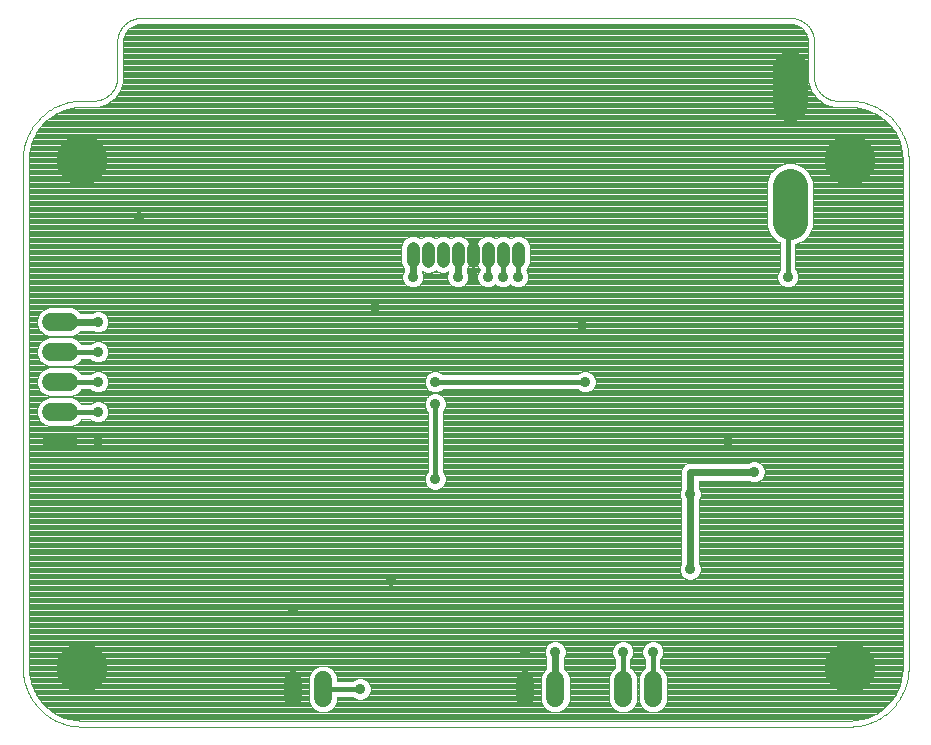
<source format=gbl>
G75*
%MOIN*%
%OFA0B0*%
%FSLAX25Y25*%
%IPPOS*%
%LPD*%
%AMOC8*
5,1,8,0,0,1.08239X$1,22.5*
%
%ADD10C,0.00394*%
%ADD11C,0.05937*%
%ADD12C,0.04362*%
%ADD13C,0.11811*%
%ADD14C,0.03562*%
%ADD15C,0.02400*%
%ADD16C,0.00400*%
%ADD17C,0.16992*%
%ADD18C,0.01600*%
D10*
X0030185Y0010500D02*
X0286091Y0010500D01*
X0286567Y0010506D01*
X0287042Y0010523D01*
X0287517Y0010552D01*
X0287991Y0010592D01*
X0288464Y0010644D01*
X0288935Y0010707D01*
X0289405Y0010781D01*
X0289873Y0010867D01*
X0290339Y0010964D01*
X0290802Y0011072D01*
X0291262Y0011191D01*
X0291720Y0011322D01*
X0292174Y0011463D01*
X0292625Y0011616D01*
X0293071Y0011779D01*
X0293514Y0011953D01*
X0293952Y0012138D01*
X0294386Y0012333D01*
X0294815Y0012539D01*
X0295239Y0012755D01*
X0295658Y0012981D01*
X0296071Y0013217D01*
X0296478Y0013463D01*
X0296879Y0013719D01*
X0297273Y0013985D01*
X0297662Y0014260D01*
X0298043Y0014544D01*
X0298417Y0014837D01*
X0298785Y0015139D01*
X0299145Y0015451D01*
X0299497Y0015770D01*
X0299841Y0016098D01*
X0300178Y0016435D01*
X0300506Y0016779D01*
X0300825Y0017131D01*
X0301137Y0017491D01*
X0301439Y0017859D01*
X0301732Y0018233D01*
X0302016Y0018614D01*
X0302291Y0019003D01*
X0302557Y0019397D01*
X0302813Y0019798D01*
X0303059Y0020205D01*
X0303295Y0020618D01*
X0303521Y0021037D01*
X0303737Y0021461D01*
X0303943Y0021890D01*
X0304138Y0022324D01*
X0304323Y0022762D01*
X0304497Y0023205D01*
X0304660Y0023651D01*
X0304813Y0024102D01*
X0304954Y0024556D01*
X0305085Y0025014D01*
X0305204Y0025474D01*
X0305312Y0025937D01*
X0305409Y0026403D01*
X0305495Y0026871D01*
X0305569Y0027341D01*
X0305632Y0027812D01*
X0305684Y0028285D01*
X0305724Y0028759D01*
X0305753Y0029234D01*
X0305770Y0029709D01*
X0305776Y0030185D01*
X0305776Y0199476D01*
X0305770Y0199952D01*
X0305753Y0200427D01*
X0305724Y0200902D01*
X0305684Y0201376D01*
X0305632Y0201849D01*
X0305569Y0202320D01*
X0305495Y0202790D01*
X0305409Y0203258D01*
X0305312Y0203724D01*
X0305204Y0204187D01*
X0305085Y0204647D01*
X0304954Y0205105D01*
X0304813Y0205559D01*
X0304660Y0206010D01*
X0304497Y0206456D01*
X0304323Y0206899D01*
X0304138Y0207337D01*
X0303943Y0207771D01*
X0303737Y0208200D01*
X0303521Y0208624D01*
X0303295Y0209043D01*
X0303059Y0209456D01*
X0302813Y0209863D01*
X0302557Y0210264D01*
X0302291Y0210658D01*
X0302016Y0211047D01*
X0301732Y0211428D01*
X0301439Y0211802D01*
X0301137Y0212170D01*
X0300825Y0212530D01*
X0300506Y0212882D01*
X0300178Y0213226D01*
X0299841Y0213563D01*
X0299497Y0213891D01*
X0299145Y0214210D01*
X0298785Y0214522D01*
X0298417Y0214824D01*
X0298043Y0215117D01*
X0297662Y0215401D01*
X0297273Y0215676D01*
X0296879Y0215942D01*
X0296478Y0216198D01*
X0296071Y0216444D01*
X0295658Y0216680D01*
X0295239Y0216906D01*
X0294815Y0217122D01*
X0294386Y0217328D01*
X0293952Y0217523D01*
X0293514Y0217708D01*
X0293071Y0217882D01*
X0292625Y0218045D01*
X0292174Y0218198D01*
X0291720Y0218339D01*
X0291262Y0218470D01*
X0290802Y0218589D01*
X0290339Y0218697D01*
X0289873Y0218794D01*
X0289405Y0218880D01*
X0288935Y0218954D01*
X0288464Y0219017D01*
X0287991Y0219069D01*
X0287517Y0219109D01*
X0287042Y0219138D01*
X0286567Y0219155D01*
X0286091Y0219161D01*
X0282154Y0219161D01*
X0281964Y0219163D01*
X0281774Y0219170D01*
X0281584Y0219182D01*
X0281394Y0219198D01*
X0281205Y0219218D01*
X0281016Y0219244D01*
X0280828Y0219273D01*
X0280641Y0219308D01*
X0280455Y0219347D01*
X0280270Y0219390D01*
X0280085Y0219438D01*
X0279902Y0219490D01*
X0279721Y0219546D01*
X0279541Y0219607D01*
X0279362Y0219673D01*
X0279185Y0219742D01*
X0279009Y0219816D01*
X0278836Y0219894D01*
X0278664Y0219977D01*
X0278495Y0220063D01*
X0278327Y0220153D01*
X0278162Y0220248D01*
X0277999Y0220346D01*
X0277839Y0220449D01*
X0277681Y0220555D01*
X0277526Y0220665D01*
X0277373Y0220778D01*
X0277223Y0220896D01*
X0277077Y0221017D01*
X0276933Y0221141D01*
X0276792Y0221269D01*
X0276654Y0221400D01*
X0276519Y0221535D01*
X0276388Y0221673D01*
X0276260Y0221814D01*
X0276136Y0221958D01*
X0276015Y0222104D01*
X0275897Y0222254D01*
X0275784Y0222407D01*
X0275674Y0222562D01*
X0275568Y0222720D01*
X0275465Y0222880D01*
X0275367Y0223043D01*
X0275272Y0223208D01*
X0275182Y0223376D01*
X0275096Y0223545D01*
X0275013Y0223717D01*
X0274935Y0223890D01*
X0274861Y0224066D01*
X0274792Y0224243D01*
X0274726Y0224422D01*
X0274665Y0224602D01*
X0274609Y0224783D01*
X0274557Y0224966D01*
X0274509Y0225151D01*
X0274466Y0225336D01*
X0274427Y0225522D01*
X0274392Y0225709D01*
X0274363Y0225897D01*
X0274337Y0226086D01*
X0274317Y0226275D01*
X0274301Y0226465D01*
X0274289Y0226655D01*
X0274282Y0226845D01*
X0274280Y0227035D01*
X0274280Y0238846D01*
X0274278Y0239036D01*
X0274271Y0239226D01*
X0274259Y0239416D01*
X0274243Y0239606D01*
X0274223Y0239795D01*
X0274197Y0239984D01*
X0274168Y0240172D01*
X0274133Y0240359D01*
X0274094Y0240545D01*
X0274051Y0240730D01*
X0274003Y0240915D01*
X0273951Y0241098D01*
X0273895Y0241279D01*
X0273834Y0241459D01*
X0273768Y0241638D01*
X0273699Y0241815D01*
X0273625Y0241991D01*
X0273547Y0242164D01*
X0273464Y0242336D01*
X0273378Y0242505D01*
X0273288Y0242673D01*
X0273193Y0242838D01*
X0273095Y0243001D01*
X0272992Y0243161D01*
X0272886Y0243319D01*
X0272776Y0243474D01*
X0272663Y0243627D01*
X0272545Y0243777D01*
X0272424Y0243923D01*
X0272300Y0244067D01*
X0272172Y0244208D01*
X0272041Y0244346D01*
X0271906Y0244481D01*
X0271768Y0244612D01*
X0271627Y0244740D01*
X0271483Y0244864D01*
X0271337Y0244985D01*
X0271187Y0245103D01*
X0271034Y0245216D01*
X0270879Y0245326D01*
X0270721Y0245432D01*
X0270561Y0245535D01*
X0270398Y0245633D01*
X0270233Y0245728D01*
X0270065Y0245818D01*
X0269896Y0245904D01*
X0269724Y0245987D01*
X0269551Y0246065D01*
X0269375Y0246139D01*
X0269198Y0246208D01*
X0269019Y0246274D01*
X0268839Y0246335D01*
X0268658Y0246391D01*
X0268475Y0246443D01*
X0268290Y0246491D01*
X0268105Y0246534D01*
X0267919Y0246573D01*
X0267732Y0246608D01*
X0267544Y0246637D01*
X0267355Y0246663D01*
X0267166Y0246683D01*
X0266976Y0246699D01*
X0266786Y0246711D01*
X0266596Y0246718D01*
X0266406Y0246720D01*
X0049870Y0246720D01*
X0049680Y0246718D01*
X0049490Y0246711D01*
X0049300Y0246699D01*
X0049110Y0246683D01*
X0048921Y0246663D01*
X0048732Y0246637D01*
X0048544Y0246608D01*
X0048357Y0246573D01*
X0048171Y0246534D01*
X0047986Y0246491D01*
X0047801Y0246443D01*
X0047618Y0246391D01*
X0047437Y0246335D01*
X0047257Y0246274D01*
X0047078Y0246208D01*
X0046901Y0246139D01*
X0046725Y0246065D01*
X0046552Y0245987D01*
X0046380Y0245904D01*
X0046211Y0245818D01*
X0046043Y0245728D01*
X0045878Y0245633D01*
X0045715Y0245535D01*
X0045555Y0245432D01*
X0045397Y0245326D01*
X0045242Y0245216D01*
X0045089Y0245103D01*
X0044939Y0244985D01*
X0044793Y0244864D01*
X0044649Y0244740D01*
X0044508Y0244612D01*
X0044370Y0244481D01*
X0044235Y0244346D01*
X0044104Y0244208D01*
X0043976Y0244067D01*
X0043852Y0243923D01*
X0043731Y0243777D01*
X0043613Y0243627D01*
X0043500Y0243474D01*
X0043390Y0243319D01*
X0043284Y0243161D01*
X0043181Y0243001D01*
X0043083Y0242838D01*
X0042988Y0242673D01*
X0042898Y0242505D01*
X0042812Y0242336D01*
X0042729Y0242164D01*
X0042651Y0241991D01*
X0042577Y0241815D01*
X0042508Y0241638D01*
X0042442Y0241459D01*
X0042381Y0241279D01*
X0042325Y0241098D01*
X0042273Y0240915D01*
X0042225Y0240730D01*
X0042182Y0240545D01*
X0042143Y0240359D01*
X0042108Y0240172D01*
X0042079Y0239984D01*
X0042053Y0239795D01*
X0042033Y0239606D01*
X0042017Y0239416D01*
X0042005Y0239226D01*
X0041998Y0239036D01*
X0041996Y0238846D01*
X0041996Y0227035D01*
X0041994Y0226845D01*
X0041987Y0226655D01*
X0041975Y0226465D01*
X0041959Y0226275D01*
X0041939Y0226086D01*
X0041913Y0225897D01*
X0041884Y0225709D01*
X0041849Y0225522D01*
X0041810Y0225336D01*
X0041767Y0225151D01*
X0041719Y0224966D01*
X0041667Y0224783D01*
X0041611Y0224602D01*
X0041550Y0224422D01*
X0041484Y0224243D01*
X0041415Y0224066D01*
X0041341Y0223890D01*
X0041263Y0223717D01*
X0041180Y0223545D01*
X0041094Y0223376D01*
X0041004Y0223208D01*
X0040909Y0223043D01*
X0040811Y0222880D01*
X0040708Y0222720D01*
X0040602Y0222562D01*
X0040492Y0222407D01*
X0040379Y0222254D01*
X0040261Y0222104D01*
X0040140Y0221958D01*
X0040016Y0221814D01*
X0039888Y0221673D01*
X0039757Y0221535D01*
X0039622Y0221400D01*
X0039484Y0221269D01*
X0039343Y0221141D01*
X0039199Y0221017D01*
X0039053Y0220896D01*
X0038903Y0220778D01*
X0038750Y0220665D01*
X0038595Y0220555D01*
X0038437Y0220449D01*
X0038277Y0220346D01*
X0038114Y0220248D01*
X0037949Y0220153D01*
X0037781Y0220063D01*
X0037612Y0219977D01*
X0037440Y0219894D01*
X0037267Y0219816D01*
X0037091Y0219742D01*
X0036914Y0219673D01*
X0036735Y0219607D01*
X0036555Y0219546D01*
X0036374Y0219490D01*
X0036191Y0219438D01*
X0036006Y0219390D01*
X0035821Y0219347D01*
X0035635Y0219308D01*
X0035448Y0219273D01*
X0035260Y0219244D01*
X0035071Y0219218D01*
X0034882Y0219198D01*
X0034692Y0219182D01*
X0034502Y0219170D01*
X0034312Y0219163D01*
X0034122Y0219161D01*
X0030185Y0219161D01*
X0029709Y0219155D01*
X0029234Y0219138D01*
X0028759Y0219109D01*
X0028285Y0219069D01*
X0027812Y0219017D01*
X0027341Y0218954D01*
X0026871Y0218880D01*
X0026403Y0218794D01*
X0025937Y0218697D01*
X0025474Y0218589D01*
X0025014Y0218470D01*
X0024556Y0218339D01*
X0024102Y0218198D01*
X0023651Y0218045D01*
X0023205Y0217882D01*
X0022762Y0217708D01*
X0022324Y0217523D01*
X0021890Y0217328D01*
X0021461Y0217122D01*
X0021037Y0216906D01*
X0020618Y0216680D01*
X0020205Y0216444D01*
X0019798Y0216198D01*
X0019397Y0215942D01*
X0019003Y0215676D01*
X0018614Y0215401D01*
X0018233Y0215117D01*
X0017859Y0214824D01*
X0017491Y0214522D01*
X0017131Y0214210D01*
X0016779Y0213891D01*
X0016435Y0213563D01*
X0016098Y0213226D01*
X0015770Y0212882D01*
X0015451Y0212530D01*
X0015139Y0212170D01*
X0014837Y0211802D01*
X0014544Y0211428D01*
X0014260Y0211047D01*
X0013985Y0210658D01*
X0013719Y0210264D01*
X0013463Y0209863D01*
X0013217Y0209456D01*
X0012981Y0209043D01*
X0012755Y0208624D01*
X0012539Y0208200D01*
X0012333Y0207771D01*
X0012138Y0207337D01*
X0011953Y0206899D01*
X0011779Y0206456D01*
X0011616Y0206010D01*
X0011463Y0205559D01*
X0011322Y0205105D01*
X0011191Y0204647D01*
X0011072Y0204187D01*
X0010964Y0203724D01*
X0010867Y0203258D01*
X0010781Y0202790D01*
X0010707Y0202320D01*
X0010644Y0201849D01*
X0010592Y0201376D01*
X0010552Y0200902D01*
X0010523Y0200427D01*
X0010506Y0199952D01*
X0010500Y0199476D01*
X0010500Y0030185D01*
X0010506Y0029709D01*
X0010523Y0029234D01*
X0010552Y0028759D01*
X0010592Y0028285D01*
X0010644Y0027812D01*
X0010707Y0027341D01*
X0010781Y0026871D01*
X0010867Y0026403D01*
X0010964Y0025937D01*
X0011072Y0025474D01*
X0011191Y0025014D01*
X0011322Y0024556D01*
X0011463Y0024102D01*
X0011616Y0023651D01*
X0011779Y0023205D01*
X0011953Y0022762D01*
X0012138Y0022324D01*
X0012333Y0021890D01*
X0012539Y0021461D01*
X0012755Y0021037D01*
X0012981Y0020618D01*
X0013217Y0020205D01*
X0013463Y0019798D01*
X0013719Y0019397D01*
X0013985Y0019003D01*
X0014260Y0018614D01*
X0014544Y0018233D01*
X0014837Y0017859D01*
X0015139Y0017491D01*
X0015451Y0017131D01*
X0015770Y0016779D01*
X0016098Y0016435D01*
X0016435Y0016098D01*
X0016779Y0015770D01*
X0017131Y0015451D01*
X0017491Y0015139D01*
X0017859Y0014837D01*
X0018233Y0014544D01*
X0018614Y0014260D01*
X0019003Y0013985D01*
X0019397Y0013719D01*
X0019798Y0013463D01*
X0020205Y0013217D01*
X0020618Y0012981D01*
X0021037Y0012755D01*
X0021461Y0012539D01*
X0021890Y0012333D01*
X0022324Y0012138D01*
X0022762Y0011953D01*
X0023205Y0011779D01*
X0023651Y0011616D01*
X0024102Y0011463D01*
X0024556Y0011322D01*
X0025014Y0011191D01*
X0025474Y0011072D01*
X0025937Y0010964D01*
X0026403Y0010867D01*
X0026871Y0010781D01*
X0027341Y0010707D01*
X0027812Y0010644D01*
X0028285Y0010592D01*
X0028759Y0010552D01*
X0029234Y0010523D01*
X0029709Y0010506D01*
X0030185Y0010500D01*
D11*
X0100500Y0020031D02*
X0100500Y0025969D01*
X0110500Y0025969D02*
X0110500Y0020031D01*
X0178000Y0020031D02*
X0178000Y0025969D01*
X0188000Y0025969D02*
X0188000Y0020031D01*
X0210500Y0020031D02*
X0210500Y0025969D01*
X0220500Y0025969D02*
X0220500Y0020031D01*
X0025969Y0105500D02*
X0020031Y0105500D01*
X0020031Y0115500D02*
X0025969Y0115500D01*
X0025969Y0125500D02*
X0020031Y0125500D01*
X0020031Y0135500D02*
X0025969Y0135500D01*
X0025969Y0145500D02*
X0020031Y0145500D01*
D12*
X0140638Y0165799D02*
X0140638Y0170161D01*
X0145638Y0170161D02*
X0145638Y0165799D01*
X0150638Y0165799D02*
X0150638Y0170161D01*
X0155638Y0170161D02*
X0155638Y0165799D01*
X0160638Y0165799D02*
X0160638Y0170161D01*
X0165638Y0170161D02*
X0165638Y0165799D01*
X0170638Y0165799D02*
X0170638Y0170161D01*
X0175638Y0170161D02*
X0175638Y0165799D01*
D13*
X0266209Y0178807D02*
X0266209Y0190618D01*
X0266209Y0218177D02*
X0266209Y0229988D01*
D14*
X0265500Y0160500D03*
X0245500Y0105500D03*
X0254250Y0095500D03*
X0233000Y0088000D03*
X0233000Y0063000D03*
X0220500Y0035500D03*
X0210500Y0035500D03*
X0188000Y0035500D03*
X0178000Y0035500D03*
X0133354Y0059142D03*
X0100500Y0049250D03*
X0123000Y0023000D03*
X0148000Y0093000D03*
X0148000Y0118000D03*
X0148000Y0125500D03*
X0128000Y0150500D03*
X0140500Y0160500D03*
X0155500Y0160500D03*
X0160500Y0160500D03*
X0165500Y0160500D03*
X0170500Y0160500D03*
X0175500Y0160500D03*
X0196750Y0144250D03*
X0198000Y0125500D03*
X0049250Y0180500D03*
X0035500Y0145500D03*
X0035500Y0135500D03*
X0035500Y0125500D03*
X0035500Y0115500D03*
X0035500Y0105500D03*
D15*
X0035500Y0145500D02*
X0023000Y0145500D01*
X0140500Y0160500D02*
X0140500Y0167843D01*
X0140502Y0167865D01*
X0140507Y0167886D01*
X0140515Y0167906D01*
X0140526Y0167924D01*
X0140540Y0167941D01*
X0140557Y0167955D01*
X0140575Y0167966D01*
X0140595Y0167974D01*
X0140616Y0167979D01*
X0140638Y0167981D01*
X0155500Y0167843D02*
X0155500Y0160500D01*
X0155500Y0167843D02*
X0155502Y0167865D01*
X0155507Y0167886D01*
X0155515Y0167906D01*
X0155526Y0167924D01*
X0155540Y0167941D01*
X0155557Y0167955D01*
X0155575Y0167966D01*
X0155595Y0167974D01*
X0155616Y0167979D01*
X0155638Y0167981D01*
X0233000Y0095500D02*
X0254250Y0095500D01*
X0233000Y0095500D02*
X0233000Y0088000D01*
X0233000Y0063000D01*
X0188000Y0035500D02*
X0188000Y0023000D01*
D16*
X0020761Y0015187D02*
X0017660Y0017660D01*
X0015187Y0020761D01*
X0013466Y0024335D01*
X0012583Y0028202D01*
X0012472Y0030185D01*
X0012472Y0199476D01*
X0012583Y0201460D01*
X0013466Y0205327D01*
X0015187Y0208900D01*
X0017660Y0212002D01*
X0020761Y0214475D01*
X0024335Y0216196D01*
X0028202Y0217078D01*
X0030185Y0217190D01*
X0035681Y0217190D01*
X0038648Y0218154D01*
X0041171Y0219987D01*
X0043004Y0222510D01*
X0043968Y0225476D01*
X0043968Y0238846D01*
X0044040Y0239770D01*
X0044611Y0241526D01*
X0045696Y0243020D01*
X0047190Y0244105D01*
X0048947Y0244676D01*
X0049870Y0244749D01*
X0266406Y0244749D01*
X0267329Y0244676D01*
X0269085Y0244105D01*
X0270579Y0243020D01*
X0271665Y0241526D01*
X0272235Y0239770D01*
X0272308Y0238846D01*
X0272308Y0225476D01*
X0273272Y0222510D01*
X0273272Y0222510D01*
X0275105Y0219987D01*
X0277628Y0218154D01*
X0280594Y0217190D01*
X0286091Y0217190D01*
X0288074Y0217078D01*
X0291941Y0216196D01*
X0295515Y0214475D01*
X0298616Y0212002D01*
X0301089Y0208900D01*
X0302810Y0205327D01*
X0303693Y0201460D01*
X0303804Y0199476D01*
X0303804Y0030185D01*
X0303693Y0028202D01*
X0302810Y0024335D01*
X0301089Y0020761D01*
X0298616Y0017660D01*
X0295515Y0015187D01*
X0291941Y0013466D01*
X0288074Y0012583D01*
X0286091Y0012472D01*
X0030185Y0012472D01*
X0028202Y0012583D01*
X0024335Y0013466D01*
X0020761Y0015187D01*
X0020641Y0015282D02*
X0295634Y0015282D01*
X0296134Y0015681D02*
X0222391Y0015681D01*
X0223187Y0016010D02*
X0224521Y0017345D01*
X0225243Y0019088D01*
X0225243Y0026912D01*
X0224521Y0028655D01*
X0223187Y0029990D01*
X0223075Y0030036D01*
X0223075Y0033046D01*
X0223515Y0033486D01*
X0224056Y0034793D01*
X0224056Y0036207D01*
X0223515Y0037514D01*
X0222514Y0038515D01*
X0221207Y0039056D01*
X0219793Y0039056D01*
X0218486Y0038515D01*
X0217485Y0037514D01*
X0216944Y0036207D01*
X0216944Y0034793D01*
X0217485Y0033486D01*
X0217925Y0033046D01*
X0217925Y0030036D01*
X0217813Y0029990D01*
X0216479Y0028655D01*
X0215757Y0026912D01*
X0215757Y0019088D01*
X0216479Y0017345D01*
X0217813Y0016010D01*
X0219556Y0015288D01*
X0221444Y0015288D01*
X0223187Y0016010D01*
X0223256Y0016079D02*
X0296634Y0016079D01*
X0297133Y0016478D02*
X0223654Y0016478D01*
X0224053Y0016876D02*
X0297633Y0016876D01*
X0298133Y0017275D02*
X0224451Y0017275D01*
X0224657Y0017673D02*
X0298627Y0017673D01*
X0298944Y0018072D02*
X0224822Y0018072D01*
X0224987Y0018470D02*
X0299262Y0018470D01*
X0299580Y0018869D02*
X0225152Y0018869D01*
X0225243Y0019267D02*
X0299898Y0019267D01*
X0300216Y0019666D02*
X0225243Y0019666D01*
X0225243Y0020064D02*
X0300533Y0020064D01*
X0300851Y0020463D02*
X0225243Y0020463D01*
X0225243Y0020861D02*
X0301137Y0020861D01*
X0301329Y0021260D02*
X0225243Y0021260D01*
X0225243Y0021658D02*
X0301521Y0021658D01*
X0301713Y0022057D02*
X0225243Y0022057D01*
X0225243Y0022455D02*
X0301905Y0022455D01*
X0302097Y0022854D02*
X0225243Y0022854D01*
X0225243Y0023252D02*
X0302289Y0023252D01*
X0302481Y0023651D02*
X0225243Y0023651D01*
X0225243Y0024049D02*
X0302673Y0024049D01*
X0302836Y0024448D02*
X0225243Y0024448D01*
X0225243Y0024846D02*
X0302927Y0024846D01*
X0303018Y0025245D02*
X0225243Y0025245D01*
X0225243Y0025643D02*
X0303109Y0025643D01*
X0303200Y0026042D02*
X0225243Y0026042D01*
X0225243Y0026440D02*
X0303291Y0026440D01*
X0303382Y0026839D02*
X0225243Y0026839D01*
X0225108Y0027237D02*
X0303472Y0027237D01*
X0303563Y0027636D02*
X0224943Y0027636D01*
X0224778Y0028034D02*
X0303654Y0028034D01*
X0303706Y0028433D02*
X0224613Y0028433D01*
X0224345Y0028832D02*
X0303728Y0028832D01*
X0303750Y0029230D02*
X0223947Y0029230D01*
X0223548Y0029629D02*
X0303773Y0029629D01*
X0303795Y0030027D02*
X0223097Y0030027D01*
X0223075Y0030426D02*
X0303804Y0030426D01*
X0303804Y0030824D02*
X0223075Y0030824D01*
X0223075Y0031223D02*
X0303804Y0031223D01*
X0303804Y0031621D02*
X0223075Y0031621D01*
X0223075Y0032020D02*
X0303804Y0032020D01*
X0303804Y0032418D02*
X0223075Y0032418D01*
X0223075Y0032817D02*
X0303804Y0032817D01*
X0303804Y0033215D02*
X0223244Y0033215D01*
X0223568Y0033614D02*
X0303804Y0033614D01*
X0303804Y0034012D02*
X0223733Y0034012D01*
X0223898Y0034411D02*
X0303804Y0034411D01*
X0303804Y0034809D02*
X0224056Y0034809D01*
X0224056Y0035208D02*
X0303804Y0035208D01*
X0303804Y0035606D02*
X0224056Y0035606D01*
X0224056Y0036005D02*
X0303804Y0036005D01*
X0303804Y0036403D02*
X0223975Y0036403D01*
X0223810Y0036802D02*
X0303804Y0036802D01*
X0303804Y0037200D02*
X0223645Y0037200D01*
X0223430Y0037599D02*
X0303804Y0037599D01*
X0303804Y0037997D02*
X0223032Y0037997D01*
X0222633Y0038396D02*
X0303804Y0038396D01*
X0303804Y0038794D02*
X0221839Y0038794D01*
X0219161Y0038794D02*
X0211839Y0038794D01*
X0211207Y0039056D02*
X0212514Y0038515D01*
X0213515Y0037514D01*
X0214056Y0036207D01*
X0214056Y0034793D01*
X0213515Y0033486D01*
X0213075Y0033046D01*
X0213075Y0030036D01*
X0213187Y0029990D01*
X0214521Y0028655D01*
X0215243Y0026912D01*
X0215243Y0019088D01*
X0214521Y0017345D01*
X0213187Y0016010D01*
X0211444Y0015288D01*
X0209556Y0015288D01*
X0207813Y0016010D01*
X0206479Y0017345D01*
X0205757Y0019088D01*
X0205757Y0026912D01*
X0206479Y0028655D01*
X0207813Y0029990D01*
X0207925Y0030036D01*
X0207925Y0033046D01*
X0207485Y0033486D01*
X0206944Y0034793D01*
X0206944Y0036207D01*
X0207485Y0037514D01*
X0208486Y0038515D01*
X0209793Y0039056D01*
X0211207Y0039056D01*
X0212633Y0038396D02*
X0218367Y0038396D01*
X0217968Y0037997D02*
X0213032Y0037997D01*
X0213430Y0037599D02*
X0217570Y0037599D01*
X0217355Y0037200D02*
X0213645Y0037200D01*
X0213810Y0036802D02*
X0217190Y0036802D01*
X0217025Y0036403D02*
X0213975Y0036403D01*
X0214056Y0036005D02*
X0216944Y0036005D01*
X0216944Y0035606D02*
X0214056Y0035606D01*
X0214056Y0035208D02*
X0216944Y0035208D01*
X0216944Y0034809D02*
X0214056Y0034809D01*
X0213898Y0034411D02*
X0217102Y0034411D01*
X0217267Y0034012D02*
X0213733Y0034012D01*
X0213568Y0033614D02*
X0217432Y0033614D01*
X0217756Y0033215D02*
X0213244Y0033215D01*
X0213075Y0032817D02*
X0217925Y0032817D01*
X0217925Y0032418D02*
X0213075Y0032418D01*
X0213075Y0032020D02*
X0217925Y0032020D01*
X0217925Y0031621D02*
X0213075Y0031621D01*
X0213075Y0031223D02*
X0217925Y0031223D01*
X0217925Y0030824D02*
X0213075Y0030824D01*
X0213075Y0030426D02*
X0217925Y0030426D01*
X0217903Y0030027D02*
X0213097Y0030027D01*
X0213548Y0029629D02*
X0217452Y0029629D01*
X0217053Y0029230D02*
X0213947Y0029230D01*
X0214345Y0028832D02*
X0216655Y0028832D01*
X0216387Y0028433D02*
X0214613Y0028433D01*
X0214778Y0028034D02*
X0216222Y0028034D01*
X0216057Y0027636D02*
X0214943Y0027636D01*
X0215108Y0027237D02*
X0215892Y0027237D01*
X0215757Y0026839D02*
X0215243Y0026839D01*
X0215243Y0026440D02*
X0215757Y0026440D01*
X0215757Y0026042D02*
X0215243Y0026042D01*
X0215243Y0025643D02*
X0215757Y0025643D01*
X0215757Y0025245D02*
X0215243Y0025245D01*
X0215243Y0024846D02*
X0215757Y0024846D01*
X0215757Y0024448D02*
X0215243Y0024448D01*
X0215243Y0024049D02*
X0215757Y0024049D01*
X0215757Y0023651D02*
X0215243Y0023651D01*
X0215243Y0023252D02*
X0215757Y0023252D01*
X0215757Y0022854D02*
X0215243Y0022854D01*
X0215243Y0022455D02*
X0215757Y0022455D01*
X0215757Y0022057D02*
X0215243Y0022057D01*
X0215243Y0021658D02*
X0215757Y0021658D01*
X0215757Y0021260D02*
X0215243Y0021260D01*
X0215243Y0020861D02*
X0215757Y0020861D01*
X0215757Y0020463D02*
X0215243Y0020463D01*
X0215243Y0020064D02*
X0215757Y0020064D01*
X0215757Y0019666D02*
X0215243Y0019666D01*
X0215243Y0019267D02*
X0215757Y0019267D01*
X0215848Y0018869D02*
X0215152Y0018869D01*
X0214987Y0018470D02*
X0216013Y0018470D01*
X0216178Y0018072D02*
X0214822Y0018072D01*
X0214657Y0017673D02*
X0216343Y0017673D01*
X0216549Y0017275D02*
X0214451Y0017275D01*
X0214053Y0016876D02*
X0216947Y0016876D01*
X0217346Y0016478D02*
X0213654Y0016478D01*
X0213256Y0016079D02*
X0217744Y0016079D01*
X0218609Y0015681D02*
X0212391Y0015681D01*
X0208609Y0015681D02*
X0189891Y0015681D01*
X0190687Y0016010D02*
X0188944Y0015288D01*
X0187056Y0015288D01*
X0185313Y0016010D01*
X0183979Y0017345D01*
X0183257Y0019088D01*
X0183257Y0026912D01*
X0183979Y0028655D01*
X0185025Y0029702D01*
X0185025Y0033446D01*
X0184985Y0033486D01*
X0184444Y0034793D01*
X0184444Y0036207D01*
X0184985Y0037514D01*
X0185986Y0038515D01*
X0187293Y0039056D01*
X0188707Y0039056D01*
X0190014Y0038515D01*
X0191015Y0037514D01*
X0191556Y0036207D01*
X0191556Y0034793D01*
X0191015Y0033486D01*
X0190975Y0033446D01*
X0190975Y0029702D01*
X0192021Y0028655D01*
X0192743Y0026912D01*
X0192743Y0019088D01*
X0192021Y0017345D01*
X0190687Y0016010D01*
X0190756Y0016079D02*
X0207744Y0016079D01*
X0207346Y0016478D02*
X0191154Y0016478D01*
X0191553Y0016876D02*
X0206947Y0016876D01*
X0206549Y0017275D02*
X0191951Y0017275D01*
X0192157Y0017673D02*
X0206343Y0017673D01*
X0206178Y0018072D02*
X0192322Y0018072D01*
X0192487Y0018470D02*
X0206013Y0018470D01*
X0205848Y0018869D02*
X0192652Y0018869D01*
X0192743Y0019267D02*
X0205757Y0019267D01*
X0205757Y0019666D02*
X0192743Y0019666D01*
X0192743Y0020064D02*
X0205757Y0020064D01*
X0205757Y0020463D02*
X0192743Y0020463D01*
X0192743Y0020861D02*
X0205757Y0020861D01*
X0205757Y0021260D02*
X0192743Y0021260D01*
X0192743Y0021658D02*
X0205757Y0021658D01*
X0205757Y0022057D02*
X0192743Y0022057D01*
X0192743Y0022455D02*
X0205757Y0022455D01*
X0205757Y0022854D02*
X0192743Y0022854D01*
X0192743Y0023252D02*
X0205757Y0023252D01*
X0205757Y0023651D02*
X0192743Y0023651D01*
X0192743Y0024049D02*
X0205757Y0024049D01*
X0205757Y0024448D02*
X0192743Y0024448D01*
X0192743Y0024846D02*
X0205757Y0024846D01*
X0205757Y0025245D02*
X0192743Y0025245D01*
X0192743Y0025643D02*
X0205757Y0025643D01*
X0205757Y0026042D02*
X0192743Y0026042D01*
X0192743Y0026440D02*
X0205757Y0026440D01*
X0205757Y0026839D02*
X0192743Y0026839D01*
X0192608Y0027237D02*
X0205892Y0027237D01*
X0206057Y0027636D02*
X0192443Y0027636D01*
X0192278Y0028034D02*
X0206222Y0028034D01*
X0206387Y0028433D02*
X0192113Y0028433D01*
X0191845Y0028832D02*
X0206655Y0028832D01*
X0207053Y0029230D02*
X0191447Y0029230D01*
X0191048Y0029629D02*
X0207452Y0029629D01*
X0207903Y0030027D02*
X0190975Y0030027D01*
X0190975Y0030426D02*
X0207925Y0030426D01*
X0207925Y0030824D02*
X0190975Y0030824D01*
X0190975Y0031223D02*
X0207925Y0031223D01*
X0207925Y0031621D02*
X0190975Y0031621D01*
X0190975Y0032020D02*
X0207925Y0032020D01*
X0207925Y0032418D02*
X0190975Y0032418D01*
X0190975Y0032817D02*
X0207925Y0032817D01*
X0207756Y0033215D02*
X0190975Y0033215D01*
X0191068Y0033614D02*
X0207432Y0033614D01*
X0207267Y0034012D02*
X0191233Y0034012D01*
X0191398Y0034411D02*
X0207102Y0034411D01*
X0206944Y0034809D02*
X0191556Y0034809D01*
X0191556Y0035208D02*
X0206944Y0035208D01*
X0206944Y0035606D02*
X0191556Y0035606D01*
X0191556Y0036005D02*
X0206944Y0036005D01*
X0207025Y0036403D02*
X0191475Y0036403D01*
X0191310Y0036802D02*
X0207190Y0036802D01*
X0207355Y0037200D02*
X0191145Y0037200D01*
X0190930Y0037599D02*
X0207570Y0037599D01*
X0207968Y0037997D02*
X0190532Y0037997D01*
X0190133Y0038396D02*
X0208367Y0038396D01*
X0209161Y0038794D02*
X0189339Y0038794D01*
X0186661Y0038794D02*
X0012472Y0038794D01*
X0012472Y0038396D02*
X0185867Y0038396D01*
X0185468Y0037997D02*
X0012472Y0037997D01*
X0012472Y0037599D02*
X0185070Y0037599D01*
X0184855Y0037200D02*
X0012472Y0037200D01*
X0012472Y0036802D02*
X0184690Y0036802D01*
X0184525Y0036403D02*
X0012472Y0036403D01*
X0012472Y0036005D02*
X0184444Y0036005D01*
X0184444Y0035606D02*
X0012472Y0035606D01*
X0012472Y0035208D02*
X0184444Y0035208D01*
X0184444Y0034809D02*
X0012472Y0034809D01*
X0012472Y0034411D02*
X0184602Y0034411D01*
X0184767Y0034012D02*
X0012472Y0034012D01*
X0012472Y0033614D02*
X0184932Y0033614D01*
X0185025Y0033215D02*
X0012472Y0033215D01*
X0012472Y0032817D02*
X0185025Y0032817D01*
X0185025Y0032418D02*
X0012472Y0032418D01*
X0012472Y0032020D02*
X0185025Y0032020D01*
X0185025Y0031621D02*
X0012472Y0031621D01*
X0012472Y0031223D02*
X0185025Y0031223D01*
X0185025Y0030824D02*
X0012472Y0030824D01*
X0012472Y0030426D02*
X0108865Y0030426D01*
X0109556Y0030712D02*
X0107813Y0029990D01*
X0106479Y0028655D01*
X0105757Y0026912D01*
X0105757Y0019088D01*
X0106479Y0017345D01*
X0107813Y0016010D01*
X0109556Y0015288D01*
X0111444Y0015288D01*
X0113187Y0016010D01*
X0114521Y0017345D01*
X0115243Y0019088D01*
X0115243Y0020425D01*
X0120546Y0020425D01*
X0120986Y0019985D01*
X0122293Y0019444D01*
X0123707Y0019444D01*
X0125014Y0019985D01*
X0126015Y0020986D01*
X0126556Y0022293D01*
X0126556Y0023707D01*
X0126015Y0025014D01*
X0125014Y0026015D01*
X0123707Y0026556D01*
X0122293Y0026556D01*
X0120986Y0026015D01*
X0120546Y0025575D01*
X0115243Y0025575D01*
X0115243Y0026912D01*
X0114521Y0028655D01*
X0113187Y0029990D01*
X0111444Y0030712D01*
X0109556Y0030712D01*
X0107903Y0030027D02*
X0012481Y0030027D01*
X0012503Y0029629D02*
X0107452Y0029629D01*
X0107053Y0029230D02*
X0012525Y0029230D01*
X0012548Y0028832D02*
X0106655Y0028832D01*
X0106387Y0028433D02*
X0012570Y0028433D01*
X0012621Y0028034D02*
X0106222Y0028034D01*
X0106057Y0027636D02*
X0012712Y0027636D01*
X0012803Y0027237D02*
X0105892Y0027237D01*
X0105757Y0026839D02*
X0012894Y0026839D01*
X0012985Y0026440D02*
X0105757Y0026440D01*
X0105757Y0026042D02*
X0013076Y0026042D01*
X0013167Y0025643D02*
X0105757Y0025643D01*
X0105757Y0025245D02*
X0013258Y0025245D01*
X0013349Y0024846D02*
X0105757Y0024846D01*
X0105757Y0024448D02*
X0013440Y0024448D01*
X0013603Y0024049D02*
X0105757Y0024049D01*
X0105757Y0023651D02*
X0013795Y0023651D01*
X0013987Y0023252D02*
X0105757Y0023252D01*
X0105757Y0022854D02*
X0014179Y0022854D01*
X0014371Y0022455D02*
X0105757Y0022455D01*
X0105757Y0022057D02*
X0014563Y0022057D01*
X0014755Y0021658D02*
X0105757Y0021658D01*
X0105757Y0021260D02*
X0014946Y0021260D01*
X0015138Y0020861D02*
X0105757Y0020861D01*
X0105757Y0020463D02*
X0015424Y0020463D01*
X0015742Y0020064D02*
X0105757Y0020064D01*
X0105757Y0019666D02*
X0016060Y0019666D01*
X0016378Y0019267D02*
X0105757Y0019267D01*
X0105848Y0018869D02*
X0016696Y0018869D01*
X0017013Y0018470D02*
X0106013Y0018470D01*
X0106178Y0018072D02*
X0017331Y0018072D01*
X0017649Y0017673D02*
X0106343Y0017673D01*
X0106549Y0017275D02*
X0018143Y0017275D01*
X0018642Y0016876D02*
X0106947Y0016876D01*
X0107346Y0016478D02*
X0019142Y0016478D01*
X0019642Y0016079D02*
X0107744Y0016079D01*
X0108609Y0015681D02*
X0020142Y0015681D01*
X0021390Y0014884D02*
X0294885Y0014884D01*
X0294058Y0014485D02*
X0022218Y0014485D01*
X0023045Y0014087D02*
X0293230Y0014087D01*
X0292403Y0013688D02*
X0023873Y0013688D01*
X0025106Y0013290D02*
X0291169Y0013290D01*
X0289423Y0012891D02*
X0026852Y0012891D01*
X0029813Y0012493D02*
X0286463Y0012493D01*
X0303804Y0039193D02*
X0012472Y0039193D01*
X0012472Y0039591D02*
X0303804Y0039591D01*
X0303804Y0039990D02*
X0012472Y0039990D01*
X0012472Y0040388D02*
X0303804Y0040388D01*
X0303804Y0040787D02*
X0012472Y0040787D01*
X0012472Y0041185D02*
X0303804Y0041185D01*
X0303804Y0041584D02*
X0012472Y0041584D01*
X0012472Y0041982D02*
X0303804Y0041982D01*
X0303804Y0042381D02*
X0012472Y0042381D01*
X0012472Y0042779D02*
X0303804Y0042779D01*
X0303804Y0043178D02*
X0012472Y0043178D01*
X0012472Y0043576D02*
X0303804Y0043576D01*
X0303804Y0043975D02*
X0012472Y0043975D01*
X0012472Y0044373D02*
X0303804Y0044373D01*
X0303804Y0044772D02*
X0012472Y0044772D01*
X0012472Y0045170D02*
X0303804Y0045170D01*
X0303804Y0045569D02*
X0012472Y0045569D01*
X0012472Y0045968D02*
X0303804Y0045968D01*
X0303804Y0046366D02*
X0012472Y0046366D01*
X0012472Y0046765D02*
X0303804Y0046765D01*
X0303804Y0047163D02*
X0012472Y0047163D01*
X0012472Y0047562D02*
X0303804Y0047562D01*
X0303804Y0047960D02*
X0012472Y0047960D01*
X0012472Y0048359D02*
X0303804Y0048359D01*
X0303804Y0048757D02*
X0012472Y0048757D01*
X0012472Y0049156D02*
X0303804Y0049156D01*
X0303804Y0049554D02*
X0012472Y0049554D01*
X0012472Y0049953D02*
X0303804Y0049953D01*
X0303804Y0050351D02*
X0012472Y0050351D01*
X0012472Y0050750D02*
X0303804Y0050750D01*
X0303804Y0051148D02*
X0012472Y0051148D01*
X0012472Y0051547D02*
X0303804Y0051547D01*
X0303804Y0051945D02*
X0012472Y0051945D01*
X0012472Y0052344D02*
X0303804Y0052344D01*
X0303804Y0052742D02*
X0012472Y0052742D01*
X0012472Y0053141D02*
X0303804Y0053141D01*
X0303804Y0053539D02*
X0012472Y0053539D01*
X0012472Y0053938D02*
X0303804Y0053938D01*
X0303804Y0054336D02*
X0012472Y0054336D01*
X0012472Y0054735D02*
X0303804Y0054735D01*
X0303804Y0055133D02*
X0012472Y0055133D01*
X0012472Y0055532D02*
X0303804Y0055532D01*
X0303804Y0055930D02*
X0012472Y0055930D01*
X0012472Y0056329D02*
X0303804Y0056329D01*
X0303804Y0056727D02*
X0012472Y0056727D01*
X0012472Y0057126D02*
X0303804Y0057126D01*
X0303804Y0057524D02*
X0012472Y0057524D01*
X0012472Y0057923D02*
X0303804Y0057923D01*
X0303804Y0058321D02*
X0012472Y0058321D01*
X0012472Y0058720D02*
X0303804Y0058720D01*
X0303804Y0059118D02*
X0012472Y0059118D01*
X0012472Y0059517D02*
X0232117Y0059517D01*
X0232293Y0059444D02*
X0230986Y0059985D01*
X0229985Y0060986D01*
X0229444Y0062293D01*
X0229444Y0063707D01*
X0229985Y0065014D01*
X0230025Y0065054D01*
X0230025Y0085946D01*
X0229985Y0085986D01*
X0229444Y0087293D01*
X0229444Y0088707D01*
X0229985Y0090014D01*
X0230025Y0090054D01*
X0230025Y0096092D01*
X0230478Y0097185D01*
X0231315Y0098022D01*
X0232408Y0098475D01*
X0252196Y0098475D01*
X0252236Y0098515D01*
X0253543Y0099056D01*
X0254957Y0099056D01*
X0256264Y0098515D01*
X0257265Y0097514D01*
X0257806Y0096207D01*
X0257806Y0094793D01*
X0257265Y0093486D01*
X0256264Y0092485D01*
X0254957Y0091944D01*
X0253543Y0091944D01*
X0252236Y0092485D01*
X0252196Y0092525D01*
X0235975Y0092525D01*
X0235975Y0090054D01*
X0236015Y0090014D01*
X0236556Y0088707D01*
X0236556Y0087293D01*
X0236015Y0085986D01*
X0235975Y0085946D01*
X0235975Y0065054D01*
X0236015Y0065014D01*
X0236556Y0063707D01*
X0236556Y0062293D01*
X0236015Y0060986D01*
X0235014Y0059985D01*
X0233707Y0059444D01*
X0232293Y0059444D01*
X0231155Y0059915D02*
X0012472Y0059915D01*
X0012472Y0060314D02*
X0230657Y0060314D01*
X0230259Y0060712D02*
X0012472Y0060712D01*
X0012472Y0061111D02*
X0229934Y0061111D01*
X0229769Y0061509D02*
X0012472Y0061509D01*
X0012472Y0061908D02*
X0229603Y0061908D01*
X0229444Y0062306D02*
X0012472Y0062306D01*
X0012472Y0062705D02*
X0229444Y0062705D01*
X0229444Y0063103D02*
X0012472Y0063103D01*
X0012472Y0063502D02*
X0229444Y0063502D01*
X0229524Y0063901D02*
X0012472Y0063901D01*
X0012472Y0064299D02*
X0229689Y0064299D01*
X0229854Y0064698D02*
X0012472Y0064698D01*
X0012472Y0065096D02*
X0230025Y0065096D01*
X0230025Y0065495D02*
X0012472Y0065495D01*
X0012472Y0065893D02*
X0230025Y0065893D01*
X0230025Y0066292D02*
X0012472Y0066292D01*
X0012472Y0066690D02*
X0230025Y0066690D01*
X0230025Y0067089D02*
X0012472Y0067089D01*
X0012472Y0067487D02*
X0230025Y0067487D01*
X0230025Y0067886D02*
X0012472Y0067886D01*
X0012472Y0068284D02*
X0230025Y0068284D01*
X0230025Y0068683D02*
X0012472Y0068683D01*
X0012472Y0069081D02*
X0230025Y0069081D01*
X0230025Y0069480D02*
X0012472Y0069480D01*
X0012472Y0069878D02*
X0230025Y0069878D01*
X0230025Y0070277D02*
X0012472Y0070277D01*
X0012472Y0070675D02*
X0230025Y0070675D01*
X0230025Y0071074D02*
X0012472Y0071074D01*
X0012472Y0071472D02*
X0230025Y0071472D01*
X0230025Y0071871D02*
X0012472Y0071871D01*
X0012472Y0072269D02*
X0230025Y0072269D01*
X0230025Y0072668D02*
X0012472Y0072668D01*
X0012472Y0073066D02*
X0230025Y0073066D01*
X0230025Y0073465D02*
X0012472Y0073465D01*
X0012472Y0073863D02*
X0230025Y0073863D01*
X0230025Y0074262D02*
X0012472Y0074262D01*
X0012472Y0074660D02*
X0230025Y0074660D01*
X0230025Y0075059D02*
X0012472Y0075059D01*
X0012472Y0075457D02*
X0230025Y0075457D01*
X0230025Y0075856D02*
X0012472Y0075856D01*
X0012472Y0076254D02*
X0230025Y0076254D01*
X0230025Y0076653D02*
X0012472Y0076653D01*
X0012472Y0077051D02*
X0230025Y0077051D01*
X0230025Y0077450D02*
X0012472Y0077450D01*
X0012472Y0077848D02*
X0230025Y0077848D01*
X0230025Y0078247D02*
X0012472Y0078247D01*
X0012472Y0078645D02*
X0230025Y0078645D01*
X0230025Y0079044D02*
X0012472Y0079044D01*
X0012472Y0079442D02*
X0230025Y0079442D01*
X0230025Y0079841D02*
X0012472Y0079841D01*
X0012472Y0080239D02*
X0230025Y0080239D01*
X0230025Y0080638D02*
X0012472Y0080638D01*
X0012472Y0081037D02*
X0230025Y0081037D01*
X0230025Y0081435D02*
X0012472Y0081435D01*
X0012472Y0081834D02*
X0230025Y0081834D01*
X0230025Y0082232D02*
X0012472Y0082232D01*
X0012472Y0082631D02*
X0230025Y0082631D01*
X0230025Y0083029D02*
X0012472Y0083029D01*
X0012472Y0083428D02*
X0230025Y0083428D01*
X0230025Y0083826D02*
X0012472Y0083826D01*
X0012472Y0084225D02*
X0230025Y0084225D01*
X0230025Y0084623D02*
X0012472Y0084623D01*
X0012472Y0085022D02*
X0230025Y0085022D01*
X0230025Y0085420D02*
X0012472Y0085420D01*
X0012472Y0085819D02*
X0230025Y0085819D01*
X0229890Y0086217D02*
X0012472Y0086217D01*
X0012472Y0086616D02*
X0229725Y0086616D01*
X0229559Y0087014D02*
X0012472Y0087014D01*
X0012472Y0087413D02*
X0229444Y0087413D01*
X0229444Y0087811D02*
X0012472Y0087811D01*
X0012472Y0088210D02*
X0229444Y0088210D01*
X0229444Y0088608D02*
X0012472Y0088608D01*
X0012472Y0089007D02*
X0229568Y0089007D01*
X0229733Y0089405D02*
X0012472Y0089405D01*
X0012472Y0089804D02*
X0146424Y0089804D01*
X0145986Y0089985D02*
X0147293Y0089444D01*
X0148707Y0089444D01*
X0150014Y0089985D01*
X0151015Y0090986D01*
X0151556Y0092293D01*
X0151556Y0093707D01*
X0151015Y0095014D01*
X0150575Y0095454D01*
X0150575Y0115546D01*
X0151015Y0115986D01*
X0151556Y0117293D01*
X0151556Y0118707D01*
X0151015Y0120014D01*
X0150014Y0121015D01*
X0148707Y0121556D01*
X0147293Y0121556D01*
X0145986Y0121015D01*
X0144985Y0120014D01*
X0144444Y0118707D01*
X0144444Y0117293D01*
X0144985Y0115986D01*
X0145425Y0115546D01*
X0145425Y0095454D01*
X0144985Y0095014D01*
X0144444Y0093707D01*
X0144444Y0092293D01*
X0144985Y0090986D01*
X0145986Y0089985D01*
X0145769Y0090202D02*
X0012472Y0090202D01*
X0012472Y0090601D02*
X0145370Y0090601D01*
X0144980Y0090999D02*
X0012472Y0090999D01*
X0012472Y0091398D02*
X0144815Y0091398D01*
X0144650Y0091796D02*
X0012472Y0091796D01*
X0012472Y0092195D02*
X0144485Y0092195D01*
X0144444Y0092593D02*
X0012472Y0092593D01*
X0012472Y0092992D02*
X0144444Y0092992D01*
X0144444Y0093390D02*
X0012472Y0093390D01*
X0012472Y0093789D02*
X0144478Y0093789D01*
X0144643Y0094187D02*
X0012472Y0094187D01*
X0012472Y0094586D02*
X0144808Y0094586D01*
X0144973Y0094984D02*
X0012472Y0094984D01*
X0012472Y0095383D02*
X0145354Y0095383D01*
X0145425Y0095781D02*
X0012472Y0095781D01*
X0012472Y0096180D02*
X0145425Y0096180D01*
X0145425Y0096578D02*
X0012472Y0096578D01*
X0012472Y0096977D02*
X0145425Y0096977D01*
X0145425Y0097375D02*
X0012472Y0097375D01*
X0012472Y0097774D02*
X0145425Y0097774D01*
X0145425Y0098172D02*
X0012472Y0098172D01*
X0012472Y0098571D02*
X0145425Y0098571D01*
X0145425Y0098970D02*
X0012472Y0098970D01*
X0012472Y0099368D02*
X0145425Y0099368D01*
X0145425Y0099767D02*
X0012472Y0099767D01*
X0012472Y0100165D02*
X0145425Y0100165D01*
X0145425Y0100564D02*
X0012472Y0100564D01*
X0012472Y0100962D02*
X0145425Y0100962D01*
X0145425Y0101361D02*
X0012472Y0101361D01*
X0012472Y0101759D02*
X0145425Y0101759D01*
X0145425Y0102158D02*
X0012472Y0102158D01*
X0012472Y0102556D02*
X0145425Y0102556D01*
X0145425Y0102955D02*
X0012472Y0102955D01*
X0012472Y0103353D02*
X0145425Y0103353D01*
X0145425Y0103752D02*
X0012472Y0103752D01*
X0012472Y0104150D02*
X0145425Y0104150D01*
X0145425Y0104549D02*
X0012472Y0104549D01*
X0012472Y0104947D02*
X0145425Y0104947D01*
X0145425Y0105346D02*
X0012472Y0105346D01*
X0012472Y0105744D02*
X0145425Y0105744D01*
X0145425Y0106143D02*
X0012472Y0106143D01*
X0012472Y0106541D02*
X0145425Y0106541D01*
X0145425Y0106940D02*
X0012472Y0106940D01*
X0012472Y0107338D02*
X0145425Y0107338D01*
X0145425Y0107737D02*
X0012472Y0107737D01*
X0012472Y0108135D02*
X0145425Y0108135D01*
X0145425Y0108534D02*
X0012472Y0108534D01*
X0012472Y0108932D02*
X0145425Y0108932D01*
X0145425Y0109331D02*
X0012472Y0109331D01*
X0012472Y0109729D02*
X0145425Y0109729D01*
X0145425Y0110128D02*
X0012472Y0110128D01*
X0012472Y0110526D02*
X0145425Y0110526D01*
X0145425Y0110925D02*
X0027318Y0110925D01*
X0026912Y0110757D02*
X0028655Y0111479D01*
X0029990Y0112813D01*
X0030036Y0112925D01*
X0033046Y0112925D01*
X0033486Y0112485D01*
X0034793Y0111944D01*
X0036207Y0111944D01*
X0037514Y0112485D01*
X0038515Y0113486D01*
X0039056Y0114793D01*
X0039056Y0116207D01*
X0038515Y0117514D01*
X0037514Y0118515D01*
X0036207Y0119056D01*
X0034793Y0119056D01*
X0033486Y0118515D01*
X0033046Y0118075D01*
X0030036Y0118075D01*
X0029990Y0118187D01*
X0028655Y0119521D01*
X0026912Y0120243D01*
X0019088Y0120243D01*
X0017345Y0119521D01*
X0016010Y0118187D01*
X0015288Y0116444D01*
X0015288Y0114556D01*
X0016010Y0112813D01*
X0017345Y0111479D01*
X0019088Y0110757D01*
X0026912Y0110757D01*
X0028280Y0111323D02*
X0145425Y0111323D01*
X0145425Y0111722D02*
X0028898Y0111722D01*
X0029297Y0112120D02*
X0034367Y0112120D01*
X0033452Y0112519D02*
X0029695Y0112519D01*
X0030033Y0112917D02*
X0033054Y0112917D01*
X0036633Y0112120D02*
X0145425Y0112120D01*
X0145425Y0112519D02*
X0037548Y0112519D01*
X0037946Y0112917D02*
X0145425Y0112917D01*
X0145425Y0113316D02*
X0038345Y0113316D01*
X0038609Y0113714D02*
X0145425Y0113714D01*
X0145425Y0114113D02*
X0038774Y0114113D01*
X0038939Y0114511D02*
X0145425Y0114511D01*
X0145425Y0114910D02*
X0039056Y0114910D01*
X0039056Y0115308D02*
X0145425Y0115308D01*
X0145264Y0115707D02*
X0039056Y0115707D01*
X0039056Y0116105D02*
X0144936Y0116105D01*
X0144771Y0116504D02*
X0038933Y0116504D01*
X0038768Y0116903D02*
X0144606Y0116903D01*
X0144444Y0117301D02*
X0038603Y0117301D01*
X0038329Y0117700D02*
X0144444Y0117700D01*
X0144444Y0118098D02*
X0037931Y0118098D01*
X0037532Y0118497D02*
X0144444Y0118497D01*
X0144522Y0118895D02*
X0036596Y0118895D01*
X0034404Y0118895D02*
X0029281Y0118895D01*
X0028883Y0119294D02*
X0144687Y0119294D01*
X0144852Y0119692D02*
X0028243Y0119692D01*
X0027281Y0120091D02*
X0145062Y0120091D01*
X0145460Y0120489D02*
X0012472Y0120489D01*
X0012472Y0120091D02*
X0018719Y0120091D01*
X0019088Y0120757D02*
X0026912Y0120757D01*
X0028655Y0121479D01*
X0029990Y0122813D01*
X0030036Y0122925D01*
X0033046Y0122925D01*
X0033486Y0122485D01*
X0034793Y0121944D01*
X0036207Y0121944D01*
X0037514Y0122485D01*
X0038515Y0123486D01*
X0039056Y0124793D01*
X0039056Y0126207D01*
X0038515Y0127514D01*
X0037514Y0128515D01*
X0036207Y0129056D01*
X0034793Y0129056D01*
X0033486Y0128515D01*
X0033046Y0128075D01*
X0030036Y0128075D01*
X0029990Y0128187D01*
X0028655Y0129521D01*
X0026912Y0130243D01*
X0019088Y0130243D01*
X0017345Y0129521D01*
X0016010Y0128187D01*
X0015288Y0126444D01*
X0015288Y0124556D01*
X0016010Y0122813D01*
X0017345Y0121479D01*
X0019088Y0120757D01*
X0018772Y0120888D02*
X0012472Y0120888D01*
X0012472Y0121286D02*
X0017810Y0121286D01*
X0017139Y0121685D02*
X0012472Y0121685D01*
X0012472Y0122083D02*
X0016740Y0122083D01*
X0016342Y0122482D02*
X0012472Y0122482D01*
X0012472Y0122880D02*
X0015983Y0122880D01*
X0015817Y0123279D02*
X0012472Y0123279D01*
X0012472Y0123677D02*
X0015652Y0123677D01*
X0015487Y0124076D02*
X0012472Y0124076D01*
X0012472Y0124474D02*
X0015322Y0124474D01*
X0015288Y0124873D02*
X0012472Y0124873D01*
X0012472Y0125271D02*
X0015288Y0125271D01*
X0015288Y0125670D02*
X0012472Y0125670D01*
X0012472Y0126068D02*
X0015288Y0126068D01*
X0015298Y0126467D02*
X0012472Y0126467D01*
X0012472Y0126865D02*
X0015463Y0126865D01*
X0015628Y0127264D02*
X0012472Y0127264D01*
X0012472Y0127662D02*
X0015793Y0127662D01*
X0015958Y0128061D02*
X0012472Y0128061D01*
X0012472Y0128459D02*
X0016283Y0128459D01*
X0016681Y0128858D02*
X0012472Y0128858D01*
X0012472Y0129256D02*
X0017080Y0129256D01*
X0017667Y0129655D02*
X0012472Y0129655D01*
X0012472Y0130053D02*
X0018630Y0130053D01*
X0018862Y0130850D02*
X0012472Y0130850D01*
X0012472Y0130452D02*
X0303804Y0130452D01*
X0303804Y0130850D02*
X0027138Y0130850D01*
X0026912Y0130757D02*
X0028655Y0131479D01*
X0029990Y0132813D01*
X0030036Y0132925D01*
X0033046Y0132925D01*
X0033486Y0132485D01*
X0034793Y0131944D01*
X0036207Y0131944D01*
X0037514Y0132485D01*
X0038515Y0133486D01*
X0039056Y0134793D01*
X0039056Y0136207D01*
X0038515Y0137514D01*
X0037514Y0138515D01*
X0036207Y0139056D01*
X0034793Y0139056D01*
X0033486Y0138515D01*
X0033046Y0138075D01*
X0030036Y0138075D01*
X0029990Y0138187D01*
X0028655Y0139521D01*
X0026912Y0140243D01*
X0019088Y0140243D01*
X0017345Y0139521D01*
X0016010Y0138187D01*
X0015288Y0136444D01*
X0015288Y0134556D01*
X0016010Y0132813D01*
X0017345Y0131479D01*
X0019088Y0130757D01*
X0026912Y0130757D01*
X0027370Y0130053D02*
X0303804Y0130053D01*
X0303804Y0129655D02*
X0028333Y0129655D01*
X0028920Y0129256D02*
X0303804Y0129256D01*
X0303804Y0128858D02*
X0199185Y0128858D01*
X0198707Y0129056D02*
X0197293Y0129056D01*
X0195986Y0128515D01*
X0195546Y0128075D01*
X0150454Y0128075D01*
X0150014Y0128515D01*
X0148707Y0129056D01*
X0147293Y0129056D01*
X0145986Y0128515D01*
X0144985Y0127514D01*
X0144444Y0126207D01*
X0144444Y0124793D01*
X0144985Y0123486D01*
X0145986Y0122485D01*
X0147293Y0121944D01*
X0148707Y0121944D01*
X0150014Y0122485D01*
X0150454Y0122925D01*
X0195546Y0122925D01*
X0195986Y0122485D01*
X0197293Y0121944D01*
X0198707Y0121944D01*
X0200014Y0122485D01*
X0201015Y0123486D01*
X0201556Y0124793D01*
X0201556Y0126207D01*
X0201015Y0127514D01*
X0200014Y0128515D01*
X0198707Y0129056D01*
X0200069Y0128459D02*
X0303804Y0128459D01*
X0303804Y0128061D02*
X0200468Y0128061D01*
X0200866Y0127662D02*
X0303804Y0127662D01*
X0303804Y0127264D02*
X0201118Y0127264D01*
X0201283Y0126865D02*
X0303804Y0126865D01*
X0303804Y0126467D02*
X0201448Y0126467D01*
X0201556Y0126068D02*
X0303804Y0126068D01*
X0303804Y0125670D02*
X0201556Y0125670D01*
X0201556Y0125271D02*
X0303804Y0125271D01*
X0303804Y0124873D02*
X0201556Y0124873D01*
X0201424Y0124474D02*
X0303804Y0124474D01*
X0303804Y0124076D02*
X0201259Y0124076D01*
X0201094Y0123677D02*
X0303804Y0123677D01*
X0303804Y0123279D02*
X0200808Y0123279D01*
X0200409Y0122880D02*
X0303804Y0122880D01*
X0303804Y0122482D02*
X0200005Y0122482D01*
X0199043Y0122083D02*
X0303804Y0122083D01*
X0303804Y0121685D02*
X0028861Y0121685D01*
X0029260Y0122083D02*
X0034457Y0122083D01*
X0033495Y0122482D02*
X0029658Y0122482D01*
X0030017Y0122880D02*
X0033091Y0122880D01*
X0036543Y0122083D02*
X0146957Y0122083D01*
X0146641Y0121286D02*
X0028190Y0121286D01*
X0027228Y0120888D02*
X0145859Y0120888D01*
X0145995Y0122482D02*
X0037505Y0122482D01*
X0037909Y0122880D02*
X0145591Y0122880D01*
X0145192Y0123279D02*
X0038308Y0123279D01*
X0038594Y0123677D02*
X0144906Y0123677D01*
X0144741Y0124076D02*
X0038759Y0124076D01*
X0038924Y0124474D02*
X0144576Y0124474D01*
X0144444Y0124873D02*
X0039056Y0124873D01*
X0039056Y0125271D02*
X0144444Y0125271D01*
X0144444Y0125670D02*
X0039056Y0125670D01*
X0039056Y0126068D02*
X0144444Y0126068D01*
X0144552Y0126467D02*
X0038948Y0126467D01*
X0038783Y0126865D02*
X0144717Y0126865D01*
X0144882Y0127264D02*
X0038618Y0127264D01*
X0038366Y0127662D02*
X0145134Y0127662D01*
X0145532Y0128061D02*
X0037968Y0128061D01*
X0037569Y0128459D02*
X0145931Y0128459D01*
X0146815Y0128858D02*
X0036685Y0128858D01*
X0034315Y0128858D02*
X0029319Y0128858D01*
X0029717Y0128459D02*
X0033431Y0128459D01*
X0028100Y0131249D02*
X0303804Y0131249D01*
X0303804Y0131647D02*
X0028824Y0131647D01*
X0029223Y0132046D02*
X0034547Y0132046D01*
X0033585Y0132444D02*
X0029621Y0132444D01*
X0030002Y0132843D02*
X0033128Y0132843D01*
X0036453Y0132046D02*
X0303804Y0132046D01*
X0303804Y0132444D02*
X0037415Y0132444D01*
X0037872Y0132843D02*
X0303804Y0132843D01*
X0303804Y0133241D02*
X0038270Y0133241D01*
X0038578Y0133640D02*
X0303804Y0133640D01*
X0303804Y0134039D02*
X0038744Y0134039D01*
X0038909Y0134437D02*
X0303804Y0134437D01*
X0303804Y0134836D02*
X0039056Y0134836D01*
X0039056Y0135234D02*
X0303804Y0135234D01*
X0303804Y0135633D02*
X0039056Y0135633D01*
X0039056Y0136031D02*
X0303804Y0136031D01*
X0303804Y0136430D02*
X0038964Y0136430D01*
X0038799Y0136828D02*
X0303804Y0136828D01*
X0303804Y0137227D02*
X0038634Y0137227D01*
X0038404Y0137625D02*
X0303804Y0137625D01*
X0303804Y0138024D02*
X0038005Y0138024D01*
X0037607Y0138422D02*
X0303804Y0138422D01*
X0303804Y0138821D02*
X0036775Y0138821D01*
X0034225Y0138821D02*
X0029356Y0138821D01*
X0028957Y0139219D02*
X0303804Y0139219D01*
X0303804Y0139618D02*
X0028422Y0139618D01*
X0027460Y0140016D02*
X0303804Y0140016D01*
X0303804Y0140415D02*
X0012472Y0140415D01*
X0012472Y0140813D02*
X0018952Y0140813D01*
X0019088Y0140757D02*
X0026912Y0140757D01*
X0028655Y0141479D01*
X0029702Y0142525D01*
X0033446Y0142525D01*
X0033486Y0142485D01*
X0034793Y0141944D01*
X0036207Y0141944D01*
X0037514Y0142485D01*
X0038515Y0143486D01*
X0039056Y0144793D01*
X0039056Y0146207D01*
X0038515Y0147514D01*
X0037514Y0148515D01*
X0036207Y0149056D01*
X0034793Y0149056D01*
X0033486Y0148515D01*
X0033446Y0148475D01*
X0029702Y0148475D01*
X0028655Y0149521D01*
X0026912Y0150243D01*
X0019088Y0150243D01*
X0017345Y0149521D01*
X0016010Y0148187D01*
X0015288Y0146444D01*
X0015288Y0144556D01*
X0016010Y0142813D01*
X0017345Y0141479D01*
X0019088Y0140757D01*
X0018540Y0140016D02*
X0012472Y0140016D01*
X0012472Y0139618D02*
X0017578Y0139618D01*
X0017043Y0139219D02*
X0012472Y0139219D01*
X0012472Y0138821D02*
X0016644Y0138821D01*
X0016246Y0138422D02*
X0012472Y0138422D01*
X0012472Y0138024D02*
X0015943Y0138024D01*
X0015778Y0137625D02*
X0012472Y0137625D01*
X0012472Y0137227D02*
X0015613Y0137227D01*
X0015447Y0136828D02*
X0012472Y0136828D01*
X0012472Y0136430D02*
X0015288Y0136430D01*
X0015288Y0136031D02*
X0012472Y0136031D01*
X0012472Y0135633D02*
X0015288Y0135633D01*
X0015288Y0135234D02*
X0012472Y0135234D01*
X0012472Y0134836D02*
X0015288Y0134836D01*
X0015338Y0134437D02*
X0012472Y0134437D01*
X0012472Y0134039D02*
X0015503Y0134039D01*
X0015668Y0133640D02*
X0012472Y0133640D01*
X0012472Y0133241D02*
X0015833Y0133241D01*
X0015998Y0132843D02*
X0012472Y0132843D01*
X0012472Y0132444D02*
X0016379Y0132444D01*
X0016777Y0132046D02*
X0012472Y0132046D01*
X0012472Y0131647D02*
X0017176Y0131647D01*
X0017900Y0131249D02*
X0012472Y0131249D01*
X0012472Y0141212D02*
X0017989Y0141212D01*
X0017213Y0141610D02*
X0012472Y0141610D01*
X0012472Y0142009D02*
X0016815Y0142009D01*
X0016416Y0142407D02*
X0012472Y0142407D01*
X0012472Y0142806D02*
X0016018Y0142806D01*
X0015848Y0143204D02*
X0012472Y0143204D01*
X0012472Y0143603D02*
X0015683Y0143603D01*
X0015518Y0144001D02*
X0012472Y0144001D01*
X0012472Y0144400D02*
X0015353Y0144400D01*
X0015288Y0144798D02*
X0012472Y0144798D01*
X0012472Y0145197D02*
X0015288Y0145197D01*
X0015288Y0145595D02*
X0012472Y0145595D01*
X0012472Y0145994D02*
X0015288Y0145994D01*
X0015288Y0146392D02*
X0012472Y0146392D01*
X0012472Y0146791D02*
X0015432Y0146791D01*
X0015597Y0147189D02*
X0012472Y0147189D01*
X0012472Y0147588D02*
X0015762Y0147588D01*
X0015927Y0147986D02*
X0012472Y0147986D01*
X0012472Y0148385D02*
X0016208Y0148385D01*
X0016607Y0148783D02*
X0012472Y0148783D01*
X0012472Y0149182D02*
X0017005Y0149182D01*
X0017488Y0149580D02*
X0012472Y0149580D01*
X0012472Y0149979D02*
X0018450Y0149979D01*
X0012472Y0150377D02*
X0303804Y0150377D01*
X0303804Y0149979D02*
X0027550Y0149979D01*
X0028512Y0149580D02*
X0303804Y0149580D01*
X0303804Y0149182D02*
X0028995Y0149182D01*
X0029393Y0148783D02*
X0034135Y0148783D01*
X0036865Y0148783D02*
X0303804Y0148783D01*
X0303804Y0148385D02*
X0037644Y0148385D01*
X0038042Y0147986D02*
X0303804Y0147986D01*
X0303804Y0147588D02*
X0038441Y0147588D01*
X0038649Y0147189D02*
X0303804Y0147189D01*
X0303804Y0146791D02*
X0038814Y0146791D01*
X0038979Y0146392D02*
X0303804Y0146392D01*
X0303804Y0145994D02*
X0039056Y0145994D01*
X0039056Y0145595D02*
X0303804Y0145595D01*
X0303804Y0145197D02*
X0039056Y0145197D01*
X0039056Y0144798D02*
X0303804Y0144798D01*
X0303804Y0144400D02*
X0038893Y0144400D01*
X0038728Y0144001D02*
X0303804Y0144001D01*
X0303804Y0143603D02*
X0038563Y0143603D01*
X0038233Y0143204D02*
X0303804Y0143204D01*
X0303804Y0142806D02*
X0037835Y0142806D01*
X0037325Y0142407D02*
X0303804Y0142407D01*
X0303804Y0142009D02*
X0036363Y0142009D01*
X0034637Y0142009D02*
X0029185Y0142009D01*
X0028787Y0141610D02*
X0303804Y0141610D01*
X0303804Y0141212D02*
X0028011Y0141212D01*
X0027048Y0140813D02*
X0303804Y0140813D01*
X0303804Y0150776D02*
X0012472Y0150776D01*
X0012472Y0151174D02*
X0303804Y0151174D01*
X0303804Y0151573D02*
X0012472Y0151573D01*
X0012472Y0151972D02*
X0303804Y0151972D01*
X0303804Y0152370D02*
X0012472Y0152370D01*
X0012472Y0152769D02*
X0303804Y0152769D01*
X0303804Y0153167D02*
X0012472Y0153167D01*
X0012472Y0153566D02*
X0303804Y0153566D01*
X0303804Y0153964D02*
X0012472Y0153964D01*
X0012472Y0154363D02*
X0303804Y0154363D01*
X0303804Y0154761D02*
X0012472Y0154761D01*
X0012472Y0155160D02*
X0303804Y0155160D01*
X0303804Y0155558D02*
X0012472Y0155558D01*
X0012472Y0155957D02*
X0303804Y0155957D01*
X0303804Y0156355D02*
X0012472Y0156355D01*
X0012472Y0156754D02*
X0303804Y0156754D01*
X0303804Y0157152D02*
X0266710Y0157152D01*
X0266207Y0156944D02*
X0267514Y0157485D01*
X0268515Y0158486D01*
X0269056Y0159793D01*
X0269056Y0161207D01*
X0268515Y0162514D01*
X0268075Y0162954D01*
X0268075Y0171267D01*
X0270559Y0172296D01*
X0272720Y0174457D01*
X0273889Y0177279D01*
X0273889Y0192146D01*
X0272720Y0194969D01*
X0270559Y0197129D01*
X0267736Y0198298D01*
X0264681Y0198298D01*
X0261858Y0197129D01*
X0259698Y0194969D01*
X0258528Y0192146D01*
X0258528Y0177279D01*
X0259698Y0174457D01*
X0261858Y0172296D01*
X0262925Y0171854D01*
X0262925Y0162954D01*
X0262485Y0162514D01*
X0261944Y0161207D01*
X0261944Y0159793D01*
X0262485Y0158486D01*
X0263486Y0157485D01*
X0264793Y0156944D01*
X0266207Y0156944D01*
X0267579Y0157551D02*
X0303804Y0157551D01*
X0303804Y0157949D02*
X0267978Y0157949D01*
X0268377Y0158348D02*
X0303804Y0158348D01*
X0303804Y0158746D02*
X0268622Y0158746D01*
X0268788Y0159145D02*
X0303804Y0159145D01*
X0303804Y0159543D02*
X0268953Y0159543D01*
X0269056Y0159942D02*
X0303804Y0159942D01*
X0303804Y0160340D02*
X0269056Y0160340D01*
X0269056Y0160739D02*
X0303804Y0160739D01*
X0303804Y0161137D02*
X0269056Y0161137D01*
X0268920Y0161536D02*
X0303804Y0161536D01*
X0303804Y0161934D02*
X0268755Y0161934D01*
X0268590Y0162333D02*
X0303804Y0162333D01*
X0303804Y0162731D02*
X0268297Y0162731D01*
X0268075Y0163130D02*
X0303804Y0163130D01*
X0303804Y0163528D02*
X0268075Y0163528D01*
X0268075Y0163927D02*
X0303804Y0163927D01*
X0303804Y0164325D02*
X0268075Y0164325D01*
X0268075Y0164724D02*
X0303804Y0164724D01*
X0303804Y0165122D02*
X0268075Y0165122D01*
X0268075Y0165521D02*
X0303804Y0165521D01*
X0303804Y0165919D02*
X0268075Y0165919D01*
X0268075Y0166318D02*
X0303804Y0166318D01*
X0303804Y0166716D02*
X0268075Y0166716D01*
X0268075Y0167115D02*
X0303804Y0167115D01*
X0303804Y0167513D02*
X0268075Y0167513D01*
X0268075Y0167912D02*
X0303804Y0167912D01*
X0303804Y0168310D02*
X0268075Y0168310D01*
X0268075Y0168709D02*
X0303804Y0168709D01*
X0303804Y0169108D02*
X0268075Y0169108D01*
X0268075Y0169506D02*
X0303804Y0169506D01*
X0303804Y0169905D02*
X0268075Y0169905D01*
X0268075Y0170303D02*
X0303804Y0170303D01*
X0303804Y0170702D02*
X0268075Y0170702D01*
X0268075Y0171100D02*
X0303804Y0171100D01*
X0303804Y0171499D02*
X0268634Y0171499D01*
X0269596Y0171897D02*
X0303804Y0171897D01*
X0303804Y0172296D02*
X0270558Y0172296D01*
X0270957Y0172694D02*
X0303804Y0172694D01*
X0303804Y0173093D02*
X0271356Y0173093D01*
X0271754Y0173491D02*
X0303804Y0173491D01*
X0303804Y0173890D02*
X0272153Y0173890D01*
X0272551Y0174288D02*
X0303804Y0174288D01*
X0303804Y0174687D02*
X0272815Y0174687D01*
X0272980Y0175085D02*
X0303804Y0175085D01*
X0303804Y0175484D02*
X0273145Y0175484D01*
X0273310Y0175882D02*
X0303804Y0175882D01*
X0303804Y0176281D02*
X0273475Y0176281D01*
X0273640Y0176679D02*
X0303804Y0176679D01*
X0303804Y0177078D02*
X0273805Y0177078D01*
X0273889Y0177476D02*
X0303804Y0177476D01*
X0303804Y0177875D02*
X0273889Y0177875D01*
X0273889Y0178273D02*
X0303804Y0178273D01*
X0303804Y0178672D02*
X0273889Y0178672D01*
X0273889Y0179070D02*
X0303804Y0179070D01*
X0303804Y0179469D02*
X0273889Y0179469D01*
X0273889Y0179867D02*
X0303804Y0179867D01*
X0303804Y0180266D02*
X0273889Y0180266D01*
X0273889Y0180664D02*
X0303804Y0180664D01*
X0303804Y0181063D02*
X0273889Y0181063D01*
X0273889Y0181461D02*
X0303804Y0181461D01*
X0303804Y0181860D02*
X0273889Y0181860D01*
X0273889Y0182258D02*
X0303804Y0182258D01*
X0303804Y0182657D02*
X0273889Y0182657D01*
X0273889Y0183055D02*
X0303804Y0183055D01*
X0303804Y0183454D02*
X0273889Y0183454D01*
X0273889Y0183852D02*
X0303804Y0183852D01*
X0303804Y0184251D02*
X0273889Y0184251D01*
X0273889Y0184649D02*
X0303804Y0184649D01*
X0303804Y0185048D02*
X0273889Y0185048D01*
X0273889Y0185446D02*
X0303804Y0185446D01*
X0303804Y0185845D02*
X0273889Y0185845D01*
X0273889Y0186243D02*
X0303804Y0186243D01*
X0303804Y0186642D02*
X0273889Y0186642D01*
X0273889Y0187041D02*
X0303804Y0187041D01*
X0303804Y0187439D02*
X0273889Y0187439D01*
X0273889Y0187838D02*
X0303804Y0187838D01*
X0303804Y0188236D02*
X0273889Y0188236D01*
X0273889Y0188635D02*
X0303804Y0188635D01*
X0303804Y0189033D02*
X0273889Y0189033D01*
X0273889Y0189432D02*
X0303804Y0189432D01*
X0303804Y0189830D02*
X0273889Y0189830D01*
X0273889Y0190229D02*
X0303804Y0190229D01*
X0303804Y0190627D02*
X0273889Y0190627D01*
X0273889Y0191026D02*
X0303804Y0191026D01*
X0303804Y0191424D02*
X0273889Y0191424D01*
X0273889Y0191823D02*
X0303804Y0191823D01*
X0303804Y0192221D02*
X0273858Y0192221D01*
X0273693Y0192620D02*
X0303804Y0192620D01*
X0303804Y0193018D02*
X0273528Y0193018D01*
X0273363Y0193417D02*
X0303804Y0193417D01*
X0303804Y0193815D02*
X0273197Y0193815D01*
X0273032Y0194214D02*
X0303804Y0194214D01*
X0303804Y0194612D02*
X0272867Y0194612D01*
X0272678Y0195011D02*
X0303804Y0195011D01*
X0303804Y0195409D02*
X0272279Y0195409D01*
X0271881Y0195808D02*
X0303804Y0195808D01*
X0303804Y0196206D02*
X0271482Y0196206D01*
X0271084Y0196605D02*
X0303804Y0196605D01*
X0303804Y0197003D02*
X0270685Y0197003D01*
X0269901Y0197402D02*
X0303804Y0197402D01*
X0303804Y0197800D02*
X0268939Y0197800D01*
X0267977Y0198199D02*
X0303804Y0198199D01*
X0303804Y0198597D02*
X0012472Y0198597D01*
X0012472Y0198199D02*
X0264441Y0198199D01*
X0263478Y0197800D02*
X0012472Y0197800D01*
X0012472Y0197402D02*
X0262516Y0197402D01*
X0261732Y0197003D02*
X0012472Y0197003D01*
X0012472Y0196605D02*
X0261334Y0196605D01*
X0260935Y0196206D02*
X0012472Y0196206D01*
X0012472Y0195808D02*
X0260537Y0195808D01*
X0260138Y0195409D02*
X0012472Y0195409D01*
X0012472Y0195011D02*
X0259740Y0195011D01*
X0259550Y0194612D02*
X0012472Y0194612D01*
X0012472Y0194214D02*
X0259385Y0194214D01*
X0259220Y0193815D02*
X0012472Y0193815D01*
X0012472Y0193417D02*
X0259055Y0193417D01*
X0258890Y0193018D02*
X0012472Y0193018D01*
X0012472Y0192620D02*
X0258725Y0192620D01*
X0258560Y0192221D02*
X0012472Y0192221D01*
X0012472Y0191823D02*
X0258528Y0191823D01*
X0258528Y0191424D02*
X0012472Y0191424D01*
X0012472Y0191026D02*
X0258528Y0191026D01*
X0258528Y0190627D02*
X0012472Y0190627D01*
X0012472Y0190229D02*
X0258528Y0190229D01*
X0258528Y0189830D02*
X0012472Y0189830D01*
X0012472Y0189432D02*
X0258528Y0189432D01*
X0258528Y0189033D02*
X0012472Y0189033D01*
X0012472Y0188635D02*
X0258528Y0188635D01*
X0258528Y0188236D02*
X0012472Y0188236D01*
X0012472Y0187838D02*
X0258528Y0187838D01*
X0258528Y0187439D02*
X0012472Y0187439D01*
X0012472Y0187041D02*
X0258528Y0187041D01*
X0258528Y0186642D02*
X0012472Y0186642D01*
X0012472Y0186243D02*
X0258528Y0186243D01*
X0258528Y0185845D02*
X0012472Y0185845D01*
X0012472Y0185446D02*
X0258528Y0185446D01*
X0258528Y0185048D02*
X0012472Y0185048D01*
X0012472Y0184649D02*
X0258528Y0184649D01*
X0258528Y0184251D02*
X0012472Y0184251D01*
X0012472Y0183852D02*
X0258528Y0183852D01*
X0258528Y0183454D02*
X0012472Y0183454D01*
X0012472Y0183055D02*
X0258528Y0183055D01*
X0258528Y0182657D02*
X0012472Y0182657D01*
X0012472Y0182258D02*
X0258528Y0182258D01*
X0258528Y0181860D02*
X0012472Y0181860D01*
X0012472Y0181461D02*
X0258528Y0181461D01*
X0258528Y0181063D02*
X0012472Y0181063D01*
X0012472Y0180664D02*
X0258528Y0180664D01*
X0258528Y0180266D02*
X0012472Y0180266D01*
X0012472Y0179867D02*
X0258528Y0179867D01*
X0258528Y0179469D02*
X0012472Y0179469D01*
X0012472Y0179070D02*
X0258528Y0179070D01*
X0258528Y0178672D02*
X0012472Y0178672D01*
X0012472Y0178273D02*
X0258528Y0178273D01*
X0258528Y0177875D02*
X0012472Y0177875D01*
X0012472Y0177476D02*
X0258528Y0177476D01*
X0258612Y0177078D02*
X0012472Y0177078D01*
X0012472Y0176679D02*
X0258777Y0176679D01*
X0258942Y0176281D02*
X0012472Y0176281D01*
X0012472Y0175882D02*
X0259107Y0175882D01*
X0259272Y0175484D02*
X0012472Y0175484D01*
X0012472Y0175085D02*
X0259437Y0175085D01*
X0259602Y0174687D02*
X0012472Y0174687D01*
X0012472Y0174288D02*
X0259866Y0174288D01*
X0260264Y0173890D02*
X0176974Y0173890D01*
X0176425Y0174117D02*
X0174851Y0174117D01*
X0173397Y0173515D01*
X0173138Y0173256D01*
X0172879Y0173515D01*
X0171425Y0174117D01*
X0169851Y0174117D01*
X0168397Y0173515D01*
X0168138Y0173256D01*
X0167879Y0173515D01*
X0166425Y0174117D01*
X0164851Y0174117D01*
X0163397Y0173515D01*
X0162284Y0172402D01*
X0161682Y0170948D01*
X0161682Y0165012D01*
X0162284Y0163558D01*
X0162907Y0162936D01*
X0162485Y0162514D01*
X0161944Y0161207D01*
X0161944Y0159793D01*
X0162485Y0158486D01*
X0163486Y0157485D01*
X0164793Y0156944D01*
X0166207Y0156944D01*
X0167514Y0157485D01*
X0168000Y0157971D01*
X0168486Y0157485D01*
X0169793Y0156944D01*
X0171207Y0156944D01*
X0172514Y0157485D01*
X0173000Y0157971D01*
X0173486Y0157485D01*
X0174793Y0156944D01*
X0176207Y0156944D01*
X0177514Y0157485D01*
X0178515Y0158486D01*
X0179056Y0159793D01*
X0179056Y0161207D01*
X0178515Y0162514D01*
X0178231Y0162798D01*
X0178991Y0163558D01*
X0179594Y0165012D01*
X0179594Y0170948D01*
X0178991Y0172402D01*
X0177879Y0173515D01*
X0176425Y0174117D01*
X0177903Y0173491D02*
X0260663Y0173491D01*
X0261062Y0173093D02*
X0178301Y0173093D01*
X0178700Y0172694D02*
X0261460Y0172694D01*
X0261859Y0172296D02*
X0179036Y0172296D01*
X0179201Y0171897D02*
X0262821Y0171897D01*
X0262925Y0171499D02*
X0179366Y0171499D01*
X0179531Y0171100D02*
X0262925Y0171100D01*
X0262925Y0170702D02*
X0179594Y0170702D01*
X0179594Y0170303D02*
X0262925Y0170303D01*
X0262925Y0169905D02*
X0179594Y0169905D01*
X0179594Y0169506D02*
X0262925Y0169506D01*
X0262925Y0169108D02*
X0179594Y0169108D01*
X0179594Y0168709D02*
X0262925Y0168709D01*
X0262925Y0168310D02*
X0179594Y0168310D01*
X0179594Y0167912D02*
X0262925Y0167912D01*
X0262925Y0167513D02*
X0179594Y0167513D01*
X0179594Y0167115D02*
X0262925Y0167115D01*
X0262925Y0166716D02*
X0179594Y0166716D01*
X0179594Y0166318D02*
X0262925Y0166318D01*
X0262925Y0165919D02*
X0179594Y0165919D01*
X0179594Y0165521D02*
X0262925Y0165521D01*
X0262925Y0165122D02*
X0179594Y0165122D01*
X0179474Y0164724D02*
X0262925Y0164724D01*
X0262925Y0164325D02*
X0179309Y0164325D01*
X0179144Y0163927D02*
X0262925Y0163927D01*
X0262925Y0163528D02*
X0178961Y0163528D01*
X0178563Y0163130D02*
X0262925Y0163130D01*
X0262703Y0162731D02*
X0178297Y0162731D01*
X0178590Y0162333D02*
X0262410Y0162333D01*
X0262245Y0161934D02*
X0178755Y0161934D01*
X0178920Y0161536D02*
X0262080Y0161536D01*
X0261944Y0161137D02*
X0179056Y0161137D01*
X0179056Y0160739D02*
X0261944Y0160739D01*
X0261944Y0160340D02*
X0179056Y0160340D01*
X0179056Y0159942D02*
X0261944Y0159942D01*
X0262047Y0159543D02*
X0178953Y0159543D01*
X0178787Y0159145D02*
X0262212Y0159145D01*
X0262378Y0158746D02*
X0178622Y0158746D01*
X0178377Y0158348D02*
X0262623Y0158348D01*
X0263022Y0157949D02*
X0177978Y0157949D01*
X0177579Y0157551D02*
X0263421Y0157551D01*
X0264290Y0157152D02*
X0176710Y0157152D01*
X0174290Y0157152D02*
X0171710Y0157152D01*
X0172579Y0157551D02*
X0173421Y0157551D01*
X0173022Y0157949D02*
X0172978Y0157949D01*
X0169290Y0157152D02*
X0166710Y0157152D01*
X0167579Y0157551D02*
X0168421Y0157551D01*
X0168022Y0157949D02*
X0167978Y0157949D01*
X0164290Y0157152D02*
X0156710Y0157152D01*
X0156207Y0156944D02*
X0157514Y0157485D01*
X0158515Y0158486D01*
X0159056Y0159793D01*
X0159056Y0161207D01*
X0158515Y0162514D01*
X0158475Y0162554D01*
X0158475Y0163042D01*
X0158991Y0163558D01*
X0159594Y0165012D01*
X0159594Y0170948D01*
X0158991Y0172402D01*
X0157879Y0173515D01*
X0156425Y0174117D01*
X0154851Y0174117D01*
X0153397Y0173515D01*
X0153138Y0173256D01*
X0152879Y0173515D01*
X0151425Y0174117D01*
X0149851Y0174117D01*
X0148397Y0173515D01*
X0148138Y0173256D01*
X0147879Y0173515D01*
X0146425Y0174117D01*
X0144851Y0174117D01*
X0143397Y0173515D01*
X0143138Y0173256D01*
X0142879Y0173515D01*
X0141425Y0174117D01*
X0139851Y0174117D01*
X0138397Y0173515D01*
X0137284Y0172402D01*
X0136682Y0170948D01*
X0136682Y0165012D01*
X0137284Y0163558D01*
X0137525Y0163317D01*
X0137525Y0162554D01*
X0137485Y0162514D01*
X0136944Y0161207D01*
X0136944Y0159793D01*
X0137485Y0158486D01*
X0138486Y0157485D01*
X0139793Y0156944D01*
X0141207Y0156944D01*
X0142514Y0157485D01*
X0143515Y0158486D01*
X0144056Y0159793D01*
X0144056Y0161207D01*
X0143573Y0162373D01*
X0144851Y0161843D01*
X0146425Y0161843D01*
X0147879Y0162446D01*
X0148138Y0162705D01*
X0148397Y0162446D01*
X0149851Y0161843D01*
X0151425Y0161843D01*
X0152370Y0162235D01*
X0151944Y0161207D01*
X0151944Y0159793D01*
X0152485Y0158486D01*
X0153486Y0157485D01*
X0154793Y0156944D01*
X0156207Y0156944D01*
X0157579Y0157551D02*
X0163421Y0157551D01*
X0163022Y0157949D02*
X0157978Y0157949D01*
X0158377Y0158348D02*
X0162623Y0158348D01*
X0162378Y0158746D02*
X0158622Y0158746D01*
X0158788Y0159145D02*
X0162212Y0159145D01*
X0162047Y0159543D02*
X0158953Y0159543D01*
X0159056Y0159942D02*
X0161944Y0159942D01*
X0161944Y0160340D02*
X0159056Y0160340D01*
X0159056Y0160739D02*
X0161944Y0160739D01*
X0161944Y0161137D02*
X0159056Y0161137D01*
X0158920Y0161536D02*
X0162080Y0161536D01*
X0162245Y0161934D02*
X0158755Y0161934D01*
X0158590Y0162333D02*
X0162410Y0162333D01*
X0162703Y0162731D02*
X0158475Y0162731D01*
X0158563Y0163130D02*
X0162713Y0163130D01*
X0162314Y0163528D02*
X0158961Y0163528D01*
X0159144Y0163927D02*
X0162131Y0163927D01*
X0161966Y0164325D02*
X0159309Y0164325D01*
X0159474Y0164724D02*
X0161801Y0164724D01*
X0161682Y0165122D02*
X0159594Y0165122D01*
X0159594Y0165521D02*
X0161682Y0165521D01*
X0161682Y0165919D02*
X0159594Y0165919D01*
X0159594Y0166318D02*
X0161682Y0166318D01*
X0161682Y0166716D02*
X0159594Y0166716D01*
X0159594Y0167115D02*
X0161682Y0167115D01*
X0161682Y0167513D02*
X0159594Y0167513D01*
X0159594Y0167912D02*
X0161682Y0167912D01*
X0161682Y0168310D02*
X0159594Y0168310D01*
X0159594Y0168709D02*
X0161682Y0168709D01*
X0161682Y0169108D02*
X0159594Y0169108D01*
X0159594Y0169506D02*
X0161682Y0169506D01*
X0161682Y0169905D02*
X0159594Y0169905D01*
X0159594Y0170303D02*
X0161682Y0170303D01*
X0161682Y0170702D02*
X0159594Y0170702D01*
X0159531Y0171100D02*
X0161745Y0171100D01*
X0161910Y0171499D02*
X0159366Y0171499D01*
X0159201Y0171897D02*
X0162075Y0171897D01*
X0162240Y0172296D02*
X0159036Y0172296D01*
X0158700Y0172694D02*
X0162576Y0172694D01*
X0162975Y0173093D02*
X0158301Y0173093D01*
X0157903Y0173491D02*
X0163373Y0173491D01*
X0164301Y0173890D02*
X0156974Y0173890D01*
X0154301Y0173890D02*
X0151974Y0173890D01*
X0152903Y0173491D02*
X0153373Y0173491D01*
X0149301Y0173890D02*
X0146974Y0173890D01*
X0147903Y0173491D02*
X0148373Y0173491D01*
X0144301Y0173890D02*
X0141974Y0173890D01*
X0142903Y0173491D02*
X0143373Y0173491D01*
X0139301Y0173890D02*
X0012472Y0173890D01*
X0012472Y0173491D02*
X0138373Y0173491D01*
X0137975Y0173093D02*
X0012472Y0173093D01*
X0012472Y0172694D02*
X0137576Y0172694D01*
X0137240Y0172296D02*
X0012472Y0172296D01*
X0012472Y0171897D02*
X0137075Y0171897D01*
X0136910Y0171499D02*
X0012472Y0171499D01*
X0012472Y0171100D02*
X0136745Y0171100D01*
X0136682Y0170702D02*
X0012472Y0170702D01*
X0012472Y0170303D02*
X0136682Y0170303D01*
X0136682Y0169905D02*
X0012472Y0169905D01*
X0012472Y0169506D02*
X0136682Y0169506D01*
X0136682Y0169108D02*
X0012472Y0169108D01*
X0012472Y0168709D02*
X0136682Y0168709D01*
X0136682Y0168310D02*
X0012472Y0168310D01*
X0012472Y0167912D02*
X0136682Y0167912D01*
X0136682Y0167513D02*
X0012472Y0167513D01*
X0012472Y0167115D02*
X0136682Y0167115D01*
X0136682Y0166716D02*
X0012472Y0166716D01*
X0012472Y0166318D02*
X0136682Y0166318D01*
X0136682Y0165919D02*
X0012472Y0165919D01*
X0012472Y0165521D02*
X0136682Y0165521D01*
X0136682Y0165122D02*
X0012472Y0165122D01*
X0012472Y0164724D02*
X0136801Y0164724D01*
X0136966Y0164325D02*
X0012472Y0164325D01*
X0012472Y0163927D02*
X0137131Y0163927D01*
X0137314Y0163528D02*
X0012472Y0163528D01*
X0012472Y0163130D02*
X0137525Y0163130D01*
X0137525Y0162731D02*
X0012472Y0162731D01*
X0012472Y0162333D02*
X0137410Y0162333D01*
X0137245Y0161934D02*
X0012472Y0161934D01*
X0012472Y0161536D02*
X0137080Y0161536D01*
X0136944Y0161137D02*
X0012472Y0161137D01*
X0012472Y0160739D02*
X0136944Y0160739D01*
X0136944Y0160340D02*
X0012472Y0160340D01*
X0012472Y0159942D02*
X0136944Y0159942D01*
X0137047Y0159543D02*
X0012472Y0159543D01*
X0012472Y0159145D02*
X0137212Y0159145D01*
X0137378Y0158746D02*
X0012472Y0158746D01*
X0012472Y0158348D02*
X0137623Y0158348D01*
X0138022Y0157949D02*
X0012472Y0157949D01*
X0012472Y0157551D02*
X0138421Y0157551D01*
X0139290Y0157152D02*
X0012472Y0157152D01*
X0029584Y0142407D02*
X0033675Y0142407D01*
X0033393Y0138422D02*
X0029754Y0138422D01*
X0017757Y0119692D02*
X0012472Y0119692D01*
X0012472Y0119294D02*
X0017117Y0119294D01*
X0016719Y0118895D02*
X0012472Y0118895D01*
X0012472Y0118497D02*
X0016320Y0118497D01*
X0015974Y0118098D02*
X0012472Y0118098D01*
X0012472Y0117700D02*
X0015808Y0117700D01*
X0015643Y0117301D02*
X0012472Y0117301D01*
X0012472Y0116903D02*
X0015478Y0116903D01*
X0015313Y0116504D02*
X0012472Y0116504D01*
X0012472Y0116105D02*
X0015288Y0116105D01*
X0015288Y0115707D02*
X0012472Y0115707D01*
X0012472Y0115308D02*
X0015288Y0115308D01*
X0015288Y0114910D02*
X0012472Y0114910D01*
X0012472Y0114511D02*
X0015307Y0114511D01*
X0015472Y0114113D02*
X0012472Y0114113D01*
X0012472Y0113714D02*
X0015637Y0113714D01*
X0015802Y0113316D02*
X0012472Y0113316D01*
X0012472Y0112917D02*
X0015967Y0112917D01*
X0016305Y0112519D02*
X0012472Y0112519D01*
X0012472Y0112120D02*
X0016703Y0112120D01*
X0017102Y0111722D02*
X0012472Y0111722D01*
X0012472Y0111323D02*
X0017720Y0111323D01*
X0018682Y0110925D02*
X0012472Y0110925D01*
X0029680Y0118497D02*
X0033468Y0118497D01*
X0033069Y0118098D02*
X0030026Y0118098D01*
X0012472Y0198996D02*
X0303804Y0198996D01*
X0303804Y0199394D02*
X0012472Y0199394D01*
X0012489Y0199793D02*
X0303786Y0199793D01*
X0303764Y0200191D02*
X0012512Y0200191D01*
X0012534Y0200590D02*
X0303741Y0200590D01*
X0303719Y0200988D02*
X0012557Y0200988D01*
X0012579Y0201387D02*
X0303697Y0201387D01*
X0303618Y0201785D02*
X0012657Y0201785D01*
X0012748Y0202184D02*
X0303527Y0202184D01*
X0303436Y0202582D02*
X0012839Y0202582D01*
X0012930Y0202981D02*
X0303345Y0202981D01*
X0303254Y0203379D02*
X0013021Y0203379D01*
X0013112Y0203778D02*
X0303163Y0203778D01*
X0303072Y0204177D02*
X0013203Y0204177D01*
X0013294Y0204575D02*
X0302981Y0204575D01*
X0302891Y0204974D02*
X0013385Y0204974D01*
X0013487Y0205372D02*
X0302788Y0205372D01*
X0302596Y0205771D02*
X0013679Y0205771D01*
X0013871Y0206169D02*
X0302404Y0206169D01*
X0302212Y0206568D02*
X0014063Y0206568D01*
X0014255Y0206966D02*
X0302020Y0206966D01*
X0301829Y0207365D02*
X0014447Y0207365D01*
X0014639Y0207763D02*
X0301637Y0207763D01*
X0301445Y0208162D02*
X0014831Y0208162D01*
X0015023Y0208560D02*
X0301253Y0208560D01*
X0301043Y0208959D02*
X0015233Y0208959D01*
X0015551Y0209357D02*
X0300725Y0209357D01*
X0300407Y0209756D02*
X0015869Y0209756D01*
X0016186Y0210154D02*
X0300089Y0210154D01*
X0299771Y0210553D02*
X0016504Y0210553D01*
X0016822Y0210951D02*
X0299453Y0210951D01*
X0299136Y0211350D02*
X0017140Y0211350D01*
X0017458Y0211748D02*
X0298818Y0211748D01*
X0298434Y0212147D02*
X0017842Y0212147D01*
X0018341Y0212545D02*
X0297934Y0212545D01*
X0297434Y0212944D02*
X0018841Y0212944D01*
X0019341Y0213342D02*
X0296935Y0213342D01*
X0296435Y0213741D02*
X0019841Y0213741D01*
X0020340Y0214139D02*
X0295935Y0214139D01*
X0295384Y0214538D02*
X0020892Y0214538D01*
X0021719Y0214936D02*
X0294556Y0214936D01*
X0293729Y0215335D02*
X0022547Y0215335D01*
X0023374Y0215733D02*
X0292901Y0215733D01*
X0292074Y0216132D02*
X0024202Y0216132D01*
X0025801Y0216530D02*
X0290475Y0216530D01*
X0288729Y0216929D02*
X0027547Y0216929D01*
X0036105Y0217327D02*
X0280171Y0217327D01*
X0278944Y0217726D02*
X0037331Y0217726D01*
X0038558Y0218124D02*
X0277718Y0218124D01*
X0277628Y0218154D02*
X0277628Y0218154D01*
X0277120Y0218523D02*
X0039156Y0218523D01*
X0038648Y0218154D02*
X0038648Y0218154D01*
X0039704Y0218921D02*
X0276571Y0218921D01*
X0276023Y0219320D02*
X0040253Y0219320D01*
X0040802Y0219718D02*
X0275474Y0219718D01*
X0275105Y0219987D02*
X0275105Y0219987D01*
X0275010Y0220117D02*
X0041265Y0220117D01*
X0041171Y0219987D02*
X0041171Y0219987D01*
X0041171Y0219987D01*
X0041555Y0220515D02*
X0274721Y0220515D01*
X0274431Y0220914D02*
X0041844Y0220914D01*
X0042134Y0221312D02*
X0274142Y0221312D01*
X0273852Y0221711D02*
X0042424Y0221711D01*
X0042713Y0222110D02*
X0273563Y0222110D01*
X0273273Y0222508D02*
X0043003Y0222508D01*
X0043004Y0222510D02*
X0043004Y0222510D01*
X0043133Y0222907D02*
X0273143Y0222907D01*
X0273013Y0223305D02*
X0043262Y0223305D01*
X0043392Y0223704D02*
X0272884Y0223704D01*
X0272754Y0224102D02*
X0043521Y0224102D01*
X0043651Y0224501D02*
X0272625Y0224501D01*
X0272495Y0224899D02*
X0043780Y0224899D01*
X0043910Y0225298D02*
X0272366Y0225298D01*
X0272308Y0225696D02*
X0043968Y0225696D01*
X0043968Y0226095D02*
X0272308Y0226095D01*
X0272308Y0226493D02*
X0043968Y0226493D01*
X0043968Y0226892D02*
X0272308Y0226892D01*
X0272308Y0227290D02*
X0043968Y0227290D01*
X0043968Y0227689D02*
X0272308Y0227689D01*
X0272308Y0228087D02*
X0043968Y0228087D01*
X0043968Y0228486D02*
X0272308Y0228486D01*
X0272308Y0228884D02*
X0043968Y0228884D01*
X0043968Y0229283D02*
X0272308Y0229283D01*
X0272308Y0229681D02*
X0043968Y0229681D01*
X0043968Y0230080D02*
X0272308Y0230080D01*
X0272308Y0230478D02*
X0043968Y0230478D01*
X0043968Y0230877D02*
X0272308Y0230877D01*
X0272308Y0231275D02*
X0043968Y0231275D01*
X0043968Y0231674D02*
X0272308Y0231674D01*
X0272308Y0232072D02*
X0043968Y0232072D01*
X0043968Y0232471D02*
X0272308Y0232471D01*
X0272308Y0232869D02*
X0043968Y0232869D01*
X0043968Y0233268D02*
X0272308Y0233268D01*
X0272308Y0233666D02*
X0043968Y0233666D01*
X0043968Y0234065D02*
X0272308Y0234065D01*
X0272308Y0234463D02*
X0043968Y0234463D01*
X0043968Y0234862D02*
X0272308Y0234862D01*
X0272308Y0235260D02*
X0043968Y0235260D01*
X0043968Y0235659D02*
X0272308Y0235659D01*
X0272308Y0236057D02*
X0043968Y0236057D01*
X0043968Y0236456D02*
X0272308Y0236456D01*
X0272308Y0236854D02*
X0043968Y0236854D01*
X0043968Y0237253D02*
X0272308Y0237253D01*
X0272308Y0237651D02*
X0043968Y0237651D01*
X0043968Y0238050D02*
X0272308Y0238050D01*
X0272308Y0238448D02*
X0043968Y0238448D01*
X0043968Y0238847D02*
X0272308Y0238847D01*
X0272276Y0239245D02*
X0043999Y0239245D01*
X0044030Y0239644D02*
X0272245Y0239644D01*
X0272147Y0240043D02*
X0044129Y0240043D01*
X0044258Y0240441D02*
X0272017Y0240441D01*
X0271888Y0240840D02*
X0044388Y0240840D01*
X0044517Y0241238D02*
X0271758Y0241238D01*
X0271584Y0241637D02*
X0044691Y0241637D01*
X0044981Y0242035D02*
X0271295Y0242035D01*
X0271005Y0242434D02*
X0045270Y0242434D01*
X0045560Y0242832D02*
X0270716Y0242832D01*
X0270289Y0243231D02*
X0045986Y0243231D01*
X0046535Y0243629D02*
X0269741Y0243629D01*
X0269192Y0244028D02*
X0047083Y0244028D01*
X0048177Y0244426D02*
X0268098Y0244426D01*
X0174301Y0173890D02*
X0171974Y0173890D01*
X0172903Y0173491D02*
X0173373Y0173491D01*
X0169301Y0173890D02*
X0166974Y0173890D01*
X0167903Y0173491D02*
X0168373Y0173491D01*
X0152245Y0161934D02*
X0151644Y0161934D01*
X0152080Y0161536D02*
X0143920Y0161536D01*
X0144056Y0161137D02*
X0151944Y0161137D01*
X0151944Y0160739D02*
X0144056Y0160739D01*
X0144056Y0160340D02*
X0151944Y0160340D01*
X0151944Y0159942D02*
X0144056Y0159942D01*
X0143953Y0159543D02*
X0152047Y0159543D01*
X0152212Y0159145D02*
X0143788Y0159145D01*
X0143622Y0158746D02*
X0152378Y0158746D01*
X0152623Y0158348D02*
X0143377Y0158348D01*
X0142978Y0157949D02*
X0153022Y0157949D01*
X0153421Y0157551D02*
X0142579Y0157551D01*
X0141710Y0157152D02*
X0154290Y0157152D01*
X0149631Y0161934D02*
X0146644Y0161934D01*
X0147606Y0162333D02*
X0148669Y0162333D01*
X0144631Y0161934D02*
X0143755Y0161934D01*
X0143669Y0162333D02*
X0143590Y0162333D01*
X0149185Y0128858D02*
X0196815Y0128858D01*
X0195931Y0128459D02*
X0150069Y0128459D01*
X0150409Y0122880D02*
X0195591Y0122880D01*
X0195995Y0122482D02*
X0150005Y0122482D01*
X0149043Y0122083D02*
X0196957Y0122083D01*
X0230668Y0097375D02*
X0150575Y0097375D01*
X0150575Y0096977D02*
X0230392Y0096977D01*
X0230227Y0096578D02*
X0150575Y0096578D01*
X0150575Y0096180D02*
X0230062Y0096180D01*
X0230025Y0095781D02*
X0150575Y0095781D01*
X0150646Y0095383D02*
X0230025Y0095383D01*
X0230025Y0094984D02*
X0151027Y0094984D01*
X0151192Y0094586D02*
X0230025Y0094586D01*
X0230025Y0094187D02*
X0151357Y0094187D01*
X0151522Y0093789D02*
X0230025Y0093789D01*
X0230025Y0093390D02*
X0151556Y0093390D01*
X0151556Y0092992D02*
X0230025Y0092992D01*
X0230025Y0092593D02*
X0151556Y0092593D01*
X0151515Y0092195D02*
X0230025Y0092195D01*
X0230025Y0091796D02*
X0151350Y0091796D01*
X0151185Y0091398D02*
X0230025Y0091398D01*
X0230025Y0090999D02*
X0151020Y0090999D01*
X0150630Y0090601D02*
X0230025Y0090601D01*
X0230025Y0090202D02*
X0150231Y0090202D01*
X0149576Y0089804D02*
X0229898Y0089804D01*
X0235975Y0090202D02*
X0303804Y0090202D01*
X0303804Y0089804D02*
X0236102Y0089804D01*
X0236267Y0089405D02*
X0303804Y0089405D01*
X0303804Y0089007D02*
X0236432Y0089007D01*
X0236556Y0088608D02*
X0303804Y0088608D01*
X0303804Y0088210D02*
X0236556Y0088210D01*
X0236556Y0087811D02*
X0303804Y0087811D01*
X0303804Y0087413D02*
X0236556Y0087413D01*
X0236441Y0087014D02*
X0303804Y0087014D01*
X0303804Y0086616D02*
X0236275Y0086616D01*
X0236110Y0086217D02*
X0303804Y0086217D01*
X0303804Y0085819D02*
X0235975Y0085819D01*
X0235975Y0085420D02*
X0303804Y0085420D01*
X0303804Y0085022D02*
X0235975Y0085022D01*
X0235975Y0084623D02*
X0303804Y0084623D01*
X0303804Y0084225D02*
X0235975Y0084225D01*
X0235975Y0083826D02*
X0303804Y0083826D01*
X0303804Y0083428D02*
X0235975Y0083428D01*
X0235975Y0083029D02*
X0303804Y0083029D01*
X0303804Y0082631D02*
X0235975Y0082631D01*
X0235975Y0082232D02*
X0303804Y0082232D01*
X0303804Y0081834D02*
X0235975Y0081834D01*
X0235975Y0081435D02*
X0303804Y0081435D01*
X0303804Y0081037D02*
X0235975Y0081037D01*
X0235975Y0080638D02*
X0303804Y0080638D01*
X0303804Y0080239D02*
X0235975Y0080239D01*
X0235975Y0079841D02*
X0303804Y0079841D01*
X0303804Y0079442D02*
X0235975Y0079442D01*
X0235975Y0079044D02*
X0303804Y0079044D01*
X0303804Y0078645D02*
X0235975Y0078645D01*
X0235975Y0078247D02*
X0303804Y0078247D01*
X0303804Y0077848D02*
X0235975Y0077848D01*
X0235975Y0077450D02*
X0303804Y0077450D01*
X0303804Y0077051D02*
X0235975Y0077051D01*
X0235975Y0076653D02*
X0303804Y0076653D01*
X0303804Y0076254D02*
X0235975Y0076254D01*
X0235975Y0075856D02*
X0303804Y0075856D01*
X0303804Y0075457D02*
X0235975Y0075457D01*
X0235975Y0075059D02*
X0303804Y0075059D01*
X0303804Y0074660D02*
X0235975Y0074660D01*
X0235975Y0074262D02*
X0303804Y0074262D01*
X0303804Y0073863D02*
X0235975Y0073863D01*
X0235975Y0073465D02*
X0303804Y0073465D01*
X0303804Y0073066D02*
X0235975Y0073066D01*
X0235975Y0072668D02*
X0303804Y0072668D01*
X0303804Y0072269D02*
X0235975Y0072269D01*
X0235975Y0071871D02*
X0303804Y0071871D01*
X0303804Y0071472D02*
X0235975Y0071472D01*
X0235975Y0071074D02*
X0303804Y0071074D01*
X0303804Y0070675D02*
X0235975Y0070675D01*
X0235975Y0070277D02*
X0303804Y0070277D01*
X0303804Y0069878D02*
X0235975Y0069878D01*
X0235975Y0069480D02*
X0303804Y0069480D01*
X0303804Y0069081D02*
X0235975Y0069081D01*
X0235975Y0068683D02*
X0303804Y0068683D01*
X0303804Y0068284D02*
X0235975Y0068284D01*
X0235975Y0067886D02*
X0303804Y0067886D01*
X0303804Y0067487D02*
X0235975Y0067487D01*
X0235975Y0067089D02*
X0303804Y0067089D01*
X0303804Y0066690D02*
X0235975Y0066690D01*
X0235975Y0066292D02*
X0303804Y0066292D01*
X0303804Y0065893D02*
X0235975Y0065893D01*
X0235975Y0065495D02*
X0303804Y0065495D01*
X0303804Y0065096D02*
X0235975Y0065096D01*
X0236146Y0064698D02*
X0303804Y0064698D01*
X0303804Y0064299D02*
X0236311Y0064299D01*
X0236476Y0063901D02*
X0303804Y0063901D01*
X0303804Y0063502D02*
X0236556Y0063502D01*
X0236556Y0063103D02*
X0303804Y0063103D01*
X0303804Y0062705D02*
X0236556Y0062705D01*
X0236556Y0062306D02*
X0303804Y0062306D01*
X0303804Y0061908D02*
X0236397Y0061908D01*
X0236231Y0061509D02*
X0303804Y0061509D01*
X0303804Y0061111D02*
X0236066Y0061111D01*
X0235741Y0060712D02*
X0303804Y0060712D01*
X0303804Y0060314D02*
X0235343Y0060314D01*
X0234845Y0059915D02*
X0303804Y0059915D01*
X0303804Y0059517D02*
X0233883Y0059517D01*
X0235975Y0090601D02*
X0303804Y0090601D01*
X0303804Y0090999D02*
X0235975Y0090999D01*
X0235975Y0091398D02*
X0303804Y0091398D01*
X0303804Y0091796D02*
X0235975Y0091796D01*
X0235975Y0092195D02*
X0252937Y0092195D01*
X0255563Y0092195D02*
X0303804Y0092195D01*
X0303804Y0092593D02*
X0256372Y0092593D01*
X0256771Y0092992D02*
X0303804Y0092992D01*
X0303804Y0093390D02*
X0257169Y0093390D01*
X0257390Y0093789D02*
X0303804Y0093789D01*
X0303804Y0094187D02*
X0257555Y0094187D01*
X0257720Y0094586D02*
X0303804Y0094586D01*
X0303804Y0094984D02*
X0257806Y0094984D01*
X0257806Y0095383D02*
X0303804Y0095383D01*
X0303804Y0095781D02*
X0257806Y0095781D01*
X0257806Y0096180D02*
X0303804Y0096180D01*
X0303804Y0096578D02*
X0257652Y0096578D01*
X0257487Y0096977D02*
X0303804Y0096977D01*
X0303804Y0097375D02*
X0257322Y0097375D01*
X0257005Y0097774D02*
X0303804Y0097774D01*
X0303804Y0098172D02*
X0256606Y0098172D01*
X0256128Y0098571D02*
X0303804Y0098571D01*
X0303804Y0098970D02*
X0255166Y0098970D01*
X0253334Y0098970D02*
X0150575Y0098970D01*
X0150575Y0099368D02*
X0303804Y0099368D01*
X0303804Y0099767D02*
X0150575Y0099767D01*
X0150575Y0100165D02*
X0303804Y0100165D01*
X0303804Y0100564D02*
X0150575Y0100564D01*
X0150575Y0100962D02*
X0303804Y0100962D01*
X0303804Y0101361D02*
X0150575Y0101361D01*
X0150575Y0101759D02*
X0303804Y0101759D01*
X0303804Y0102158D02*
X0150575Y0102158D01*
X0150575Y0102556D02*
X0303804Y0102556D01*
X0303804Y0102955D02*
X0150575Y0102955D01*
X0150575Y0103353D02*
X0303804Y0103353D01*
X0303804Y0103752D02*
X0150575Y0103752D01*
X0150575Y0104150D02*
X0303804Y0104150D01*
X0303804Y0104549D02*
X0150575Y0104549D01*
X0150575Y0104947D02*
X0303804Y0104947D01*
X0303804Y0105346D02*
X0150575Y0105346D01*
X0150575Y0105744D02*
X0303804Y0105744D01*
X0303804Y0106143D02*
X0150575Y0106143D01*
X0150575Y0106541D02*
X0303804Y0106541D01*
X0303804Y0106940D02*
X0150575Y0106940D01*
X0150575Y0107338D02*
X0303804Y0107338D01*
X0303804Y0107737D02*
X0150575Y0107737D01*
X0150575Y0108135D02*
X0303804Y0108135D01*
X0303804Y0108534D02*
X0150575Y0108534D01*
X0150575Y0108932D02*
X0303804Y0108932D01*
X0303804Y0109331D02*
X0150575Y0109331D01*
X0150575Y0109729D02*
X0303804Y0109729D01*
X0303804Y0110128D02*
X0150575Y0110128D01*
X0150575Y0110526D02*
X0303804Y0110526D01*
X0303804Y0110925D02*
X0150575Y0110925D01*
X0150575Y0111323D02*
X0303804Y0111323D01*
X0303804Y0111722D02*
X0150575Y0111722D01*
X0150575Y0112120D02*
X0303804Y0112120D01*
X0303804Y0112519D02*
X0150575Y0112519D01*
X0150575Y0112917D02*
X0303804Y0112917D01*
X0303804Y0113316D02*
X0150575Y0113316D01*
X0150575Y0113714D02*
X0303804Y0113714D01*
X0303804Y0114113D02*
X0150575Y0114113D01*
X0150575Y0114511D02*
X0303804Y0114511D01*
X0303804Y0114910D02*
X0150575Y0114910D01*
X0150575Y0115308D02*
X0303804Y0115308D01*
X0303804Y0115707D02*
X0150736Y0115707D01*
X0151064Y0116105D02*
X0303804Y0116105D01*
X0303804Y0116504D02*
X0151229Y0116504D01*
X0151394Y0116903D02*
X0303804Y0116903D01*
X0303804Y0117301D02*
X0151556Y0117301D01*
X0151556Y0117700D02*
X0303804Y0117700D01*
X0303804Y0118098D02*
X0151556Y0118098D01*
X0151556Y0118497D02*
X0303804Y0118497D01*
X0303804Y0118895D02*
X0151478Y0118895D01*
X0151313Y0119294D02*
X0303804Y0119294D01*
X0303804Y0119692D02*
X0151148Y0119692D01*
X0150938Y0120091D02*
X0303804Y0120091D01*
X0303804Y0120489D02*
X0150540Y0120489D01*
X0150141Y0120888D02*
X0303804Y0120888D01*
X0303804Y0121286D02*
X0149359Y0121286D01*
X0150575Y0098571D02*
X0252372Y0098571D01*
X0231678Y0098172D02*
X0150575Y0098172D01*
X0150575Y0097774D02*
X0231067Y0097774D01*
X0185025Y0030426D02*
X0112135Y0030426D01*
X0113097Y0030027D02*
X0185025Y0030027D01*
X0184952Y0029629D02*
X0113548Y0029629D01*
X0113947Y0029230D02*
X0184553Y0029230D01*
X0184155Y0028832D02*
X0114345Y0028832D01*
X0114613Y0028433D02*
X0183887Y0028433D01*
X0183722Y0028034D02*
X0114778Y0028034D01*
X0114943Y0027636D02*
X0183557Y0027636D01*
X0183392Y0027237D02*
X0115108Y0027237D01*
X0115243Y0026839D02*
X0183257Y0026839D01*
X0183257Y0026440D02*
X0123986Y0026440D01*
X0124948Y0026042D02*
X0183257Y0026042D01*
X0183257Y0025643D02*
X0125385Y0025643D01*
X0125784Y0025245D02*
X0183257Y0025245D01*
X0183257Y0024846D02*
X0126084Y0024846D01*
X0126249Y0024448D02*
X0183257Y0024448D01*
X0183257Y0024049D02*
X0126414Y0024049D01*
X0126556Y0023651D02*
X0183257Y0023651D01*
X0183257Y0023252D02*
X0126556Y0023252D01*
X0126556Y0022854D02*
X0183257Y0022854D01*
X0183257Y0022455D02*
X0126556Y0022455D01*
X0126458Y0022057D02*
X0183257Y0022057D01*
X0183257Y0021658D02*
X0126293Y0021658D01*
X0126128Y0021260D02*
X0183257Y0021260D01*
X0183257Y0020861D02*
X0125890Y0020861D01*
X0125492Y0020463D02*
X0183257Y0020463D01*
X0183257Y0020064D02*
X0125093Y0020064D01*
X0124242Y0019666D02*
X0183257Y0019666D01*
X0183257Y0019267D02*
X0115243Y0019267D01*
X0115243Y0019666D02*
X0121758Y0019666D01*
X0120907Y0020064D02*
X0115243Y0020064D01*
X0115152Y0018869D02*
X0183348Y0018869D01*
X0183513Y0018470D02*
X0114987Y0018470D01*
X0114822Y0018072D02*
X0183678Y0018072D01*
X0183843Y0017673D02*
X0114657Y0017673D01*
X0114451Y0017275D02*
X0184049Y0017275D01*
X0184447Y0016876D02*
X0114053Y0016876D01*
X0113654Y0016478D02*
X0184846Y0016478D01*
X0185244Y0016079D02*
X0113256Y0016079D01*
X0112391Y0015681D02*
X0186109Y0015681D01*
X0122014Y0026440D02*
X0115243Y0026440D01*
X0115243Y0026042D02*
X0121052Y0026042D01*
X0120615Y0025643D02*
X0115243Y0025643D01*
D17*
X0030185Y0030185D03*
X0030185Y0199476D03*
X0286091Y0199476D03*
X0286091Y0030185D03*
D18*
X0220500Y0035500D02*
X0220500Y0023000D01*
X0210500Y0023000D02*
X0210500Y0035500D01*
X0148000Y0093000D02*
X0148000Y0118000D01*
X0148000Y0125500D02*
X0198000Y0125500D01*
X0175500Y0160500D02*
X0175500Y0167843D01*
X0175502Y0167865D01*
X0175507Y0167886D01*
X0175515Y0167906D01*
X0175526Y0167924D01*
X0175540Y0167941D01*
X0175557Y0167955D01*
X0175575Y0167966D01*
X0175595Y0167974D01*
X0175616Y0167979D01*
X0175638Y0167981D01*
X0170638Y0167981D02*
X0170616Y0167979D01*
X0170595Y0167974D01*
X0170575Y0167966D01*
X0170557Y0167955D01*
X0170540Y0167941D01*
X0170526Y0167924D01*
X0170515Y0167906D01*
X0170507Y0167886D01*
X0170502Y0167865D01*
X0170500Y0167843D01*
X0170500Y0160500D01*
X0165500Y0160500D02*
X0165500Y0167843D01*
X0165502Y0167865D01*
X0165507Y0167886D01*
X0165515Y0167906D01*
X0165526Y0167924D01*
X0165540Y0167941D01*
X0165557Y0167955D01*
X0165575Y0167966D01*
X0165595Y0167974D01*
X0165616Y0167979D01*
X0165638Y0167981D01*
X0265500Y0160500D02*
X0265500Y0184004D01*
X0266209Y0184713D01*
X0123000Y0023000D02*
X0110500Y0023000D01*
X0035500Y0115500D02*
X0023000Y0115500D01*
X0023000Y0125500D02*
X0035500Y0125500D01*
X0035500Y0135500D02*
X0023000Y0135500D01*
M02*

</source>
